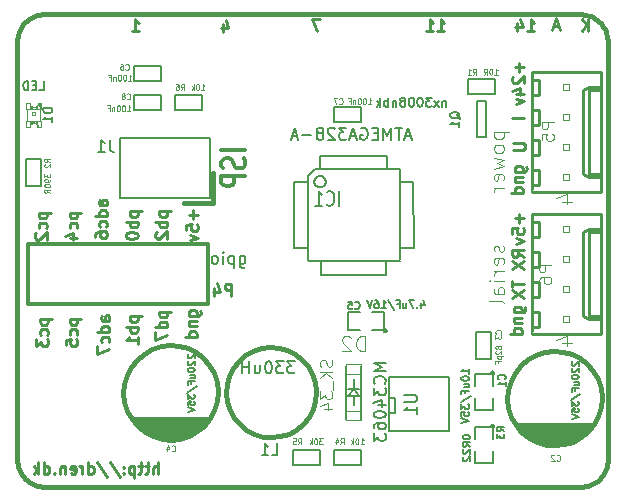
<source format=gbo>
G04 (created by PCBNEW-RS274X (2012-apr-16-27)-stable) date Sun 20 Jan 2013 09:00:02 PM CET*
G01*
G70*
G90*
%MOIN*%
G04 Gerber Fmt 3.4, Leading zero omitted, Abs format*
%FSLAX34Y34*%
G04 APERTURE LIST*
%ADD10C,0.006000*%
%ADD11C,0.009900*%
%ADD12C,0.012000*%
%ADD13C,0.015000*%
%ADD14C,0.005000*%
%ADD15C,0.002600*%
%ADD16C,0.004000*%
%ADD17C,0.002000*%
%ADD18C,0.008000*%
%ADD19C,0.010000*%
%ADD20C,0.007500*%
%ADD21C,0.004500*%
%ADD22C,0.003500*%
%ADD23C,0.004900*%
%ADD24C,0.005900*%
G04 APERTURE END LIST*
G54D10*
G54D11*
X44080Y-54687D02*
X44080Y-54293D01*
X43911Y-54687D02*
X43911Y-54481D01*
X43930Y-54444D01*
X43968Y-54425D01*
X44024Y-54425D01*
X44061Y-54444D01*
X44080Y-54462D01*
X43780Y-54425D02*
X43630Y-54425D01*
X43724Y-54293D02*
X43724Y-54631D01*
X43705Y-54669D01*
X43668Y-54687D01*
X43630Y-54687D01*
X43555Y-54425D02*
X43405Y-54425D01*
X43499Y-54293D02*
X43499Y-54631D01*
X43480Y-54669D01*
X43443Y-54687D01*
X43405Y-54687D01*
X43274Y-54425D02*
X43274Y-54819D01*
X43274Y-54444D02*
X43237Y-54425D01*
X43162Y-54425D01*
X43124Y-54444D01*
X43105Y-54462D01*
X43087Y-54500D01*
X43087Y-54612D01*
X43105Y-54650D01*
X43124Y-54669D01*
X43162Y-54687D01*
X43237Y-54687D01*
X43274Y-54669D01*
X42918Y-54650D02*
X42899Y-54669D01*
X42918Y-54687D01*
X42937Y-54669D01*
X42918Y-54650D01*
X42918Y-54687D01*
X42918Y-54444D02*
X42899Y-54462D01*
X42918Y-54481D01*
X42937Y-54462D01*
X42918Y-54444D01*
X42918Y-54481D01*
X42449Y-54275D02*
X42786Y-54781D01*
X42036Y-54275D02*
X42373Y-54781D01*
X41735Y-54687D02*
X41735Y-54293D01*
X41735Y-54669D02*
X41773Y-54687D01*
X41848Y-54687D01*
X41885Y-54669D01*
X41904Y-54650D01*
X41923Y-54612D01*
X41923Y-54500D01*
X41904Y-54462D01*
X41885Y-54444D01*
X41848Y-54425D01*
X41773Y-54425D01*
X41735Y-54444D01*
X41548Y-54687D02*
X41548Y-54425D01*
X41548Y-54500D02*
X41529Y-54462D01*
X41511Y-54444D01*
X41473Y-54425D01*
X41436Y-54425D01*
X41154Y-54669D02*
X41192Y-54687D01*
X41267Y-54687D01*
X41304Y-54669D01*
X41323Y-54631D01*
X41323Y-54481D01*
X41304Y-54444D01*
X41267Y-54425D01*
X41192Y-54425D01*
X41154Y-54444D01*
X41135Y-54481D01*
X41135Y-54519D01*
X41323Y-54556D01*
X40966Y-54425D02*
X40966Y-54687D01*
X40966Y-54462D02*
X40947Y-54444D01*
X40910Y-54425D01*
X40854Y-54425D01*
X40816Y-54444D01*
X40797Y-54481D01*
X40797Y-54687D01*
X40610Y-54650D02*
X40591Y-54669D01*
X40610Y-54687D01*
X40629Y-54669D01*
X40610Y-54650D01*
X40610Y-54687D01*
X40253Y-54687D02*
X40253Y-54293D01*
X40253Y-54669D02*
X40291Y-54687D01*
X40366Y-54687D01*
X40403Y-54669D01*
X40422Y-54650D01*
X40441Y-54612D01*
X40441Y-54500D01*
X40422Y-54462D01*
X40403Y-54444D01*
X40366Y-54425D01*
X40291Y-54425D01*
X40253Y-54444D01*
X40066Y-54687D02*
X40066Y-54293D01*
X40029Y-54537D02*
X39916Y-54687D01*
X39916Y-54425D02*
X40066Y-54575D01*
X55921Y-49296D02*
X56240Y-49296D01*
X56277Y-49277D01*
X56296Y-49258D01*
X56315Y-49221D01*
X56315Y-49164D01*
X56296Y-49127D01*
X56165Y-49296D02*
X56183Y-49258D01*
X56183Y-49183D01*
X56165Y-49146D01*
X56146Y-49127D01*
X56108Y-49108D01*
X55996Y-49108D01*
X55958Y-49127D01*
X55940Y-49146D01*
X55921Y-49183D01*
X55921Y-49258D01*
X55940Y-49296D01*
X55921Y-49483D02*
X56183Y-49483D01*
X55958Y-49483D02*
X55940Y-49502D01*
X55921Y-49539D01*
X55921Y-49595D01*
X55940Y-49633D01*
X55977Y-49652D01*
X56183Y-49652D01*
X56183Y-50008D02*
X55789Y-50008D01*
X56165Y-50008D02*
X56183Y-49970D01*
X56183Y-49895D01*
X56165Y-49858D01*
X56146Y-49839D01*
X56108Y-49820D01*
X55996Y-49820D01*
X55958Y-49839D01*
X55940Y-49858D01*
X55921Y-49895D01*
X55921Y-49970D01*
X55940Y-50008D01*
X55867Y-48244D02*
X55867Y-48469D01*
X56261Y-48356D02*
X55867Y-48356D01*
X55867Y-48562D02*
X56261Y-48825D01*
X55867Y-48825D02*
X56261Y-48562D01*
X56261Y-47455D02*
X56074Y-47324D01*
X56261Y-47230D02*
X55867Y-47230D01*
X55867Y-47380D01*
X55886Y-47417D01*
X55905Y-47436D01*
X55943Y-47455D01*
X55999Y-47455D01*
X56036Y-47436D01*
X56055Y-47417D01*
X56074Y-47380D01*
X56074Y-47230D01*
X55867Y-47586D02*
X56261Y-47849D01*
X55867Y-47849D02*
X56261Y-47586D01*
X56111Y-46009D02*
X56111Y-46309D01*
X56261Y-46159D02*
X55961Y-46159D01*
X55867Y-46684D02*
X55867Y-46497D01*
X56055Y-46478D01*
X56036Y-46497D01*
X56018Y-46534D01*
X56018Y-46628D01*
X56036Y-46666D01*
X56055Y-46684D01*
X56093Y-46703D01*
X56186Y-46703D01*
X56224Y-46684D01*
X56243Y-46666D01*
X56261Y-46628D01*
X56261Y-46534D01*
X56243Y-46497D01*
X56224Y-46478D01*
X55999Y-46834D02*
X56261Y-46928D01*
X55999Y-47022D01*
X55960Y-44611D02*
X56279Y-44611D01*
X56316Y-44592D01*
X56335Y-44573D01*
X56354Y-44536D01*
X56354Y-44479D01*
X56335Y-44442D01*
X56204Y-44611D02*
X56222Y-44573D01*
X56222Y-44498D01*
X56204Y-44461D01*
X56185Y-44442D01*
X56147Y-44423D01*
X56035Y-44423D01*
X55997Y-44442D01*
X55979Y-44461D01*
X55960Y-44498D01*
X55960Y-44573D01*
X55979Y-44611D01*
X55960Y-44798D02*
X56222Y-44798D01*
X55997Y-44798D02*
X55979Y-44817D01*
X55960Y-44854D01*
X55960Y-44910D01*
X55979Y-44948D01*
X56016Y-44967D01*
X56222Y-44967D01*
X56222Y-45323D02*
X55828Y-45323D01*
X56204Y-45323D02*
X56222Y-45285D01*
X56222Y-45210D01*
X56204Y-45173D01*
X56185Y-45154D01*
X56147Y-45135D01*
X56035Y-45135D01*
X55997Y-45154D01*
X55979Y-45173D01*
X55960Y-45210D01*
X55960Y-45285D01*
X55979Y-45323D01*
X55907Y-43892D02*
X56226Y-43892D01*
X56264Y-43873D01*
X56283Y-43855D01*
X56301Y-43817D01*
X56301Y-43742D01*
X56283Y-43705D01*
X56264Y-43686D01*
X56226Y-43667D01*
X55907Y-43667D01*
X56261Y-42835D02*
X55867Y-42835D01*
X56111Y-40979D02*
X56111Y-41279D01*
X56261Y-41129D02*
X55961Y-41129D01*
X55905Y-41448D02*
X55886Y-41467D01*
X55867Y-41504D01*
X55867Y-41598D01*
X55886Y-41636D01*
X55905Y-41654D01*
X55943Y-41673D01*
X55980Y-41673D01*
X56036Y-41654D01*
X56261Y-41429D01*
X56261Y-41673D01*
X55999Y-42011D02*
X56261Y-42011D01*
X55849Y-41917D02*
X56130Y-41823D01*
X56130Y-42067D01*
X55999Y-42179D02*
X56261Y-42273D01*
X55999Y-42367D01*
X53382Y-39923D02*
X53607Y-39923D01*
X53494Y-39923D02*
X53494Y-39529D01*
X53532Y-39586D01*
X53569Y-39623D01*
X53607Y-39642D01*
X53007Y-39923D02*
X53232Y-39923D01*
X53119Y-39923D02*
X53119Y-39529D01*
X53157Y-39586D01*
X53194Y-39623D01*
X53232Y-39642D01*
X46223Y-39700D02*
X46223Y-39962D01*
X46317Y-39550D02*
X46411Y-39831D01*
X46167Y-39831D01*
X49462Y-39529D02*
X49199Y-39529D01*
X49368Y-39923D01*
X56374Y-39923D02*
X56599Y-39923D01*
X56486Y-39923D02*
X56486Y-39529D01*
X56524Y-39586D01*
X56561Y-39623D01*
X56599Y-39642D01*
X56036Y-39661D02*
X56036Y-39923D01*
X56130Y-39511D02*
X56224Y-39792D01*
X55980Y-39792D01*
X43194Y-39923D02*
X43419Y-39923D01*
X43306Y-39923D02*
X43306Y-39529D01*
X43344Y-39586D01*
X43381Y-39623D01*
X43419Y-39642D01*
X58410Y-39923D02*
X58410Y-39529D01*
X58185Y-39923D02*
X58354Y-39698D01*
X58185Y-39529D02*
X58410Y-39755D01*
X57229Y-39771D02*
X57417Y-39771D01*
X57192Y-39883D02*
X57323Y-39489D01*
X57454Y-39883D01*
G54D12*
X46978Y-43903D02*
X46178Y-43903D01*
X46940Y-44160D02*
X46978Y-44246D01*
X46978Y-44389D01*
X46940Y-44446D01*
X46902Y-44475D01*
X46825Y-44503D01*
X46749Y-44503D01*
X46673Y-44475D01*
X46635Y-44446D01*
X46597Y-44389D01*
X46559Y-44275D01*
X46521Y-44217D01*
X46483Y-44189D01*
X46406Y-44160D01*
X46330Y-44160D01*
X46254Y-44189D01*
X46216Y-44217D01*
X46178Y-44275D01*
X46178Y-44417D01*
X46216Y-44503D01*
X46978Y-44760D02*
X46178Y-44760D01*
X46178Y-44988D01*
X46216Y-45046D01*
X46254Y-45074D01*
X46330Y-45103D01*
X46444Y-45103D01*
X46521Y-45074D01*
X46559Y-45046D01*
X46597Y-44988D01*
X46597Y-44760D01*
G54D13*
X45906Y-45669D02*
X45906Y-44646D01*
X44921Y-45669D02*
X45906Y-45669D01*
G54D11*
X45245Y-45891D02*
X45245Y-46191D01*
X45395Y-46041D02*
X45095Y-46041D01*
X45001Y-46566D02*
X45001Y-46379D01*
X45189Y-46360D01*
X45170Y-46379D01*
X45152Y-46416D01*
X45152Y-46510D01*
X45170Y-46548D01*
X45189Y-46566D01*
X45227Y-46585D01*
X45320Y-46585D01*
X45358Y-46566D01*
X45377Y-46548D01*
X45395Y-46510D01*
X45395Y-46416D01*
X45377Y-46379D01*
X45358Y-46360D01*
X45133Y-46716D02*
X45395Y-46810D01*
X45133Y-46904D01*
X44110Y-45929D02*
X44504Y-45929D01*
X44129Y-45929D02*
X44110Y-45966D01*
X44110Y-46041D01*
X44129Y-46079D01*
X44147Y-46098D01*
X44185Y-46116D01*
X44297Y-46116D01*
X44335Y-46098D01*
X44354Y-46079D01*
X44372Y-46041D01*
X44372Y-45966D01*
X44354Y-45929D01*
X44372Y-46285D02*
X43978Y-46285D01*
X44129Y-46285D02*
X44110Y-46322D01*
X44110Y-46397D01*
X44129Y-46435D01*
X44147Y-46454D01*
X44185Y-46472D01*
X44297Y-46472D01*
X44335Y-46454D01*
X44354Y-46435D01*
X44372Y-46397D01*
X44372Y-46322D01*
X44354Y-46285D01*
X44016Y-46622D02*
X43997Y-46641D01*
X43978Y-46678D01*
X43978Y-46772D01*
X43997Y-46810D01*
X44016Y-46828D01*
X44054Y-46847D01*
X44091Y-46847D01*
X44147Y-46828D01*
X44372Y-46603D01*
X44372Y-46847D01*
X43125Y-45929D02*
X43519Y-45929D01*
X43144Y-45929D02*
X43125Y-45966D01*
X43125Y-46041D01*
X43144Y-46079D01*
X43162Y-46098D01*
X43200Y-46116D01*
X43312Y-46116D01*
X43350Y-46098D01*
X43369Y-46079D01*
X43387Y-46041D01*
X43387Y-45966D01*
X43369Y-45929D01*
X43387Y-46285D02*
X42993Y-46285D01*
X43144Y-46285D02*
X43125Y-46322D01*
X43125Y-46397D01*
X43144Y-46435D01*
X43162Y-46454D01*
X43200Y-46472D01*
X43312Y-46472D01*
X43350Y-46454D01*
X43369Y-46435D01*
X43387Y-46397D01*
X43387Y-46322D01*
X43369Y-46285D01*
X42993Y-46716D02*
X42993Y-46753D01*
X43012Y-46791D01*
X43031Y-46810D01*
X43069Y-46828D01*
X43144Y-46847D01*
X43237Y-46847D01*
X43312Y-46828D01*
X43350Y-46810D01*
X43369Y-46791D01*
X43387Y-46753D01*
X43387Y-46716D01*
X43369Y-46678D01*
X43350Y-46660D01*
X43312Y-46641D01*
X43237Y-46622D01*
X43144Y-46622D01*
X43069Y-46641D01*
X43031Y-46660D01*
X43012Y-46678D01*
X42993Y-46716D01*
X42364Y-45732D02*
X42158Y-45732D01*
X42121Y-45713D01*
X42102Y-45675D01*
X42102Y-45600D01*
X42121Y-45563D01*
X42346Y-45732D02*
X42364Y-45694D01*
X42364Y-45600D01*
X42346Y-45563D01*
X42308Y-45544D01*
X42271Y-45544D01*
X42233Y-45563D01*
X42214Y-45600D01*
X42214Y-45694D01*
X42196Y-45732D01*
X42364Y-46088D02*
X41970Y-46088D01*
X42346Y-46088D02*
X42364Y-46050D01*
X42364Y-45975D01*
X42346Y-45938D01*
X42327Y-45919D01*
X42289Y-45900D01*
X42177Y-45900D01*
X42139Y-45919D01*
X42121Y-45938D01*
X42102Y-45975D01*
X42102Y-46050D01*
X42121Y-46088D01*
X42346Y-46444D02*
X42364Y-46406D01*
X42364Y-46331D01*
X42346Y-46294D01*
X42327Y-46275D01*
X42289Y-46256D01*
X42177Y-46256D01*
X42139Y-46275D01*
X42121Y-46294D01*
X42102Y-46331D01*
X42102Y-46406D01*
X42121Y-46444D01*
X41970Y-46782D02*
X41970Y-46707D01*
X41989Y-46669D01*
X42008Y-46650D01*
X42064Y-46613D01*
X42139Y-46594D01*
X42289Y-46594D01*
X42327Y-46613D01*
X42346Y-46632D01*
X42364Y-46669D01*
X42364Y-46744D01*
X42346Y-46782D01*
X42327Y-46800D01*
X42289Y-46819D01*
X42196Y-46819D01*
X42158Y-46800D01*
X42139Y-46782D01*
X42121Y-46744D01*
X42121Y-46669D01*
X42139Y-46632D01*
X42158Y-46613D01*
X42196Y-46594D01*
X41117Y-45977D02*
X41511Y-45977D01*
X41136Y-45977D02*
X41117Y-46014D01*
X41117Y-46089D01*
X41136Y-46127D01*
X41154Y-46146D01*
X41192Y-46164D01*
X41304Y-46164D01*
X41342Y-46146D01*
X41361Y-46127D01*
X41379Y-46089D01*
X41379Y-46014D01*
X41361Y-45977D01*
X41361Y-46502D02*
X41379Y-46464D01*
X41379Y-46389D01*
X41361Y-46352D01*
X41342Y-46333D01*
X41304Y-46314D01*
X41192Y-46314D01*
X41154Y-46333D01*
X41136Y-46352D01*
X41117Y-46389D01*
X41117Y-46464D01*
X41136Y-46502D01*
X41117Y-46840D02*
X41379Y-46840D01*
X40967Y-46746D02*
X41248Y-46652D01*
X41248Y-46896D01*
X40094Y-45977D02*
X40488Y-45977D01*
X40113Y-45977D02*
X40094Y-46014D01*
X40094Y-46089D01*
X40113Y-46127D01*
X40131Y-46146D01*
X40169Y-46164D01*
X40281Y-46164D01*
X40319Y-46146D01*
X40338Y-46127D01*
X40356Y-46089D01*
X40356Y-46014D01*
X40338Y-45977D01*
X40338Y-46502D02*
X40356Y-46464D01*
X40356Y-46389D01*
X40338Y-46352D01*
X40319Y-46333D01*
X40281Y-46314D01*
X40169Y-46314D01*
X40131Y-46333D01*
X40113Y-46352D01*
X40094Y-46389D01*
X40094Y-46464D01*
X40113Y-46502D01*
X40000Y-46652D02*
X39981Y-46671D01*
X39962Y-46708D01*
X39962Y-46802D01*
X39981Y-46840D01*
X40000Y-46858D01*
X40038Y-46877D01*
X40075Y-46877D01*
X40131Y-46858D01*
X40356Y-46633D01*
X40356Y-46877D01*
X45094Y-49414D02*
X45413Y-49414D01*
X45450Y-49395D01*
X45469Y-49376D01*
X45488Y-49339D01*
X45488Y-49282D01*
X45469Y-49245D01*
X45338Y-49414D02*
X45356Y-49376D01*
X45356Y-49301D01*
X45338Y-49264D01*
X45319Y-49245D01*
X45281Y-49226D01*
X45169Y-49226D01*
X45131Y-49245D01*
X45113Y-49264D01*
X45094Y-49301D01*
X45094Y-49376D01*
X45113Y-49414D01*
X45094Y-49601D02*
X45356Y-49601D01*
X45131Y-49601D02*
X45113Y-49620D01*
X45094Y-49657D01*
X45094Y-49713D01*
X45113Y-49751D01*
X45150Y-49770D01*
X45356Y-49770D01*
X45356Y-50126D02*
X44962Y-50126D01*
X45338Y-50126D02*
X45356Y-50088D01*
X45356Y-50013D01*
X45338Y-49976D01*
X45319Y-49957D01*
X45281Y-49938D01*
X45169Y-49938D01*
X45131Y-49957D01*
X45113Y-49976D01*
X45094Y-50013D01*
X45094Y-50088D01*
X45113Y-50126D01*
X44110Y-49275D02*
X44504Y-49275D01*
X44129Y-49275D02*
X44110Y-49312D01*
X44110Y-49387D01*
X44129Y-49425D01*
X44147Y-49444D01*
X44185Y-49462D01*
X44297Y-49462D01*
X44335Y-49444D01*
X44354Y-49425D01*
X44372Y-49387D01*
X44372Y-49312D01*
X44354Y-49275D01*
X44372Y-49800D02*
X43978Y-49800D01*
X44354Y-49800D02*
X44372Y-49762D01*
X44372Y-49687D01*
X44354Y-49650D01*
X44335Y-49631D01*
X44297Y-49612D01*
X44185Y-49612D01*
X44147Y-49631D01*
X44129Y-49650D01*
X44110Y-49687D01*
X44110Y-49762D01*
X44129Y-49800D01*
X43978Y-49949D02*
X43978Y-50212D01*
X44372Y-50043D01*
X43125Y-49433D02*
X43519Y-49433D01*
X43144Y-49433D02*
X43125Y-49470D01*
X43125Y-49545D01*
X43144Y-49583D01*
X43162Y-49602D01*
X43200Y-49620D01*
X43312Y-49620D01*
X43350Y-49602D01*
X43369Y-49583D01*
X43387Y-49545D01*
X43387Y-49470D01*
X43369Y-49433D01*
X43387Y-49789D02*
X42993Y-49789D01*
X43144Y-49789D02*
X43125Y-49826D01*
X43125Y-49901D01*
X43144Y-49939D01*
X43162Y-49958D01*
X43200Y-49976D01*
X43312Y-49976D01*
X43350Y-49958D01*
X43369Y-49939D01*
X43387Y-49901D01*
X43387Y-49826D01*
X43369Y-49789D01*
X43387Y-50351D02*
X43387Y-50126D01*
X43387Y-50239D02*
X42993Y-50239D01*
X43050Y-50201D01*
X43087Y-50164D01*
X43106Y-50126D01*
X42442Y-49590D02*
X42236Y-49590D01*
X42199Y-49571D01*
X42180Y-49533D01*
X42180Y-49458D01*
X42199Y-49421D01*
X42424Y-49590D02*
X42442Y-49552D01*
X42442Y-49458D01*
X42424Y-49421D01*
X42386Y-49402D01*
X42349Y-49402D01*
X42311Y-49421D01*
X42292Y-49458D01*
X42292Y-49552D01*
X42274Y-49590D01*
X42442Y-49946D02*
X42048Y-49946D01*
X42424Y-49946D02*
X42442Y-49908D01*
X42442Y-49833D01*
X42424Y-49796D01*
X42405Y-49777D01*
X42367Y-49758D01*
X42255Y-49758D01*
X42217Y-49777D01*
X42199Y-49796D01*
X42180Y-49833D01*
X42180Y-49908D01*
X42199Y-49946D01*
X42424Y-50302D02*
X42442Y-50264D01*
X42442Y-50189D01*
X42424Y-50152D01*
X42405Y-50133D01*
X42367Y-50114D01*
X42255Y-50114D01*
X42217Y-50133D01*
X42199Y-50152D01*
X42180Y-50189D01*
X42180Y-50264D01*
X42199Y-50302D01*
X42048Y-50433D02*
X42048Y-50696D01*
X42442Y-50527D01*
X41117Y-49521D02*
X41511Y-49521D01*
X41136Y-49521D02*
X41117Y-49558D01*
X41117Y-49633D01*
X41136Y-49671D01*
X41154Y-49690D01*
X41192Y-49708D01*
X41304Y-49708D01*
X41342Y-49690D01*
X41361Y-49671D01*
X41379Y-49633D01*
X41379Y-49558D01*
X41361Y-49521D01*
X41361Y-50046D02*
X41379Y-50008D01*
X41379Y-49933D01*
X41361Y-49896D01*
X41342Y-49877D01*
X41304Y-49858D01*
X41192Y-49858D01*
X41154Y-49877D01*
X41136Y-49896D01*
X41117Y-49933D01*
X41117Y-50008D01*
X41136Y-50046D01*
X40985Y-50402D02*
X40985Y-50215D01*
X41173Y-50196D01*
X41154Y-50215D01*
X41136Y-50252D01*
X41136Y-50346D01*
X41154Y-50384D01*
X41173Y-50402D01*
X41211Y-50421D01*
X41304Y-50421D01*
X41342Y-50402D01*
X41361Y-50384D01*
X41379Y-50346D01*
X41379Y-50252D01*
X41361Y-50215D01*
X41342Y-50196D01*
X40133Y-49521D02*
X40527Y-49521D01*
X40152Y-49521D02*
X40133Y-49558D01*
X40133Y-49633D01*
X40152Y-49671D01*
X40170Y-49690D01*
X40208Y-49708D01*
X40320Y-49708D01*
X40358Y-49690D01*
X40377Y-49671D01*
X40395Y-49633D01*
X40395Y-49558D01*
X40377Y-49521D01*
X40377Y-50046D02*
X40395Y-50008D01*
X40395Y-49933D01*
X40377Y-49896D01*
X40358Y-49877D01*
X40320Y-49858D01*
X40208Y-49858D01*
X40170Y-49877D01*
X40152Y-49896D01*
X40133Y-49933D01*
X40133Y-50008D01*
X40152Y-50046D01*
X40001Y-50177D02*
X40001Y-50421D01*
X40152Y-50290D01*
X40152Y-50346D01*
X40170Y-50384D01*
X40189Y-50402D01*
X40227Y-50421D01*
X40320Y-50421D01*
X40358Y-50402D01*
X40377Y-50384D01*
X40395Y-50346D01*
X40395Y-50234D01*
X40377Y-50196D01*
X40358Y-50177D01*
G54D13*
X39370Y-40276D02*
X39370Y-54213D01*
X58110Y-39370D02*
X40276Y-39370D01*
X59055Y-54134D02*
X59055Y-40236D01*
X40276Y-55118D02*
X58228Y-55118D01*
X58229Y-55117D02*
X58307Y-55107D01*
X58385Y-55090D01*
X58460Y-55066D01*
X58533Y-55035D01*
X58604Y-54999D01*
X58670Y-54956D01*
X58733Y-54908D01*
X58792Y-54855D01*
X58845Y-54796D01*
X58893Y-54733D01*
X58936Y-54666D01*
X58972Y-54596D01*
X59003Y-54523D01*
X59027Y-54448D01*
X59044Y-54370D01*
X59054Y-54292D01*
X59058Y-54213D01*
X59054Y-54134D01*
X39371Y-54213D02*
X39375Y-54291D01*
X39385Y-54370D01*
X39402Y-54447D01*
X39426Y-54522D01*
X39456Y-54595D01*
X39493Y-54665D01*
X39535Y-54732D01*
X39583Y-54794D01*
X39637Y-54852D01*
X39695Y-54906D01*
X39757Y-54954D01*
X39824Y-54996D01*
X39894Y-55033D01*
X39967Y-55063D01*
X40042Y-55087D01*
X40119Y-55104D01*
X40198Y-55114D01*
X40276Y-55118D01*
X59055Y-40237D02*
X59048Y-40158D01*
X59034Y-40080D01*
X59014Y-40004D01*
X58987Y-39930D01*
X58953Y-39858D01*
X58914Y-39790D01*
X58868Y-39725D01*
X58817Y-39664D01*
X58762Y-39609D01*
X58701Y-39558D01*
X58636Y-39512D01*
X58568Y-39473D01*
X58496Y-39439D01*
X58422Y-39412D01*
X58346Y-39392D01*
X58268Y-39378D01*
X58189Y-39371D01*
X58111Y-39371D01*
X40276Y-39370D02*
X40198Y-39374D01*
X40119Y-39384D01*
X40042Y-39401D01*
X39967Y-39425D01*
X39894Y-39455D01*
X39824Y-39492D01*
X39757Y-39534D01*
X39694Y-39582D01*
X39636Y-39636D01*
X39582Y-39694D01*
X39534Y-39757D01*
X39492Y-39824D01*
X39455Y-39894D01*
X39425Y-39967D01*
X39401Y-40042D01*
X39384Y-40119D01*
X39374Y-40198D01*
X39370Y-40276D01*
G54D10*
X51681Y-48043D02*
X51681Y-47593D01*
X49501Y-48043D02*
X49501Y-47603D01*
X51681Y-48043D02*
X49501Y-48043D01*
X52151Y-47163D02*
X52581Y-47163D01*
X52161Y-44953D02*
X52581Y-44953D01*
X52581Y-44943D02*
X52591Y-47163D01*
X48611Y-44963D02*
X48601Y-47133D01*
X49301Y-44533D02*
X52131Y-44533D01*
X48611Y-47143D02*
X49021Y-47143D01*
X49061Y-44783D02*
X49061Y-47563D01*
X52141Y-47583D02*
X49101Y-47583D01*
X52141Y-44533D02*
X52141Y-47533D01*
X49471Y-44083D02*
X51691Y-44083D01*
X51691Y-44083D02*
X51691Y-44533D01*
X49291Y-44537D02*
X49061Y-44767D01*
X49471Y-44085D02*
X49471Y-44537D01*
X49061Y-44963D02*
X48609Y-44963D01*
X49653Y-44945D02*
X49649Y-44981D01*
X49638Y-45016D01*
X49621Y-45049D01*
X49598Y-45077D01*
X49570Y-45100D01*
X49537Y-45118D01*
X49502Y-45129D01*
X49466Y-45132D01*
X49430Y-45129D01*
X49395Y-45119D01*
X49363Y-45102D01*
X49334Y-45079D01*
X49310Y-45051D01*
X49293Y-45019D01*
X49282Y-44984D01*
X49278Y-44947D01*
X49281Y-44912D01*
X49291Y-44876D01*
X49307Y-44844D01*
X49330Y-44815D01*
X49358Y-44791D01*
X49390Y-44773D01*
X49425Y-44762D01*
X49462Y-44758D01*
X49497Y-44760D01*
X49532Y-44770D01*
X49565Y-44787D01*
X49594Y-44809D01*
X49618Y-44837D01*
X49636Y-44869D01*
X49648Y-44904D01*
X49652Y-44940D01*
X49653Y-44945D01*
G54D14*
X54693Y-42274D02*
X54693Y-43474D01*
X54693Y-43474D02*
X54993Y-43474D01*
X54993Y-43474D02*
X54993Y-42274D01*
X54993Y-42274D02*
X54693Y-42274D01*
X51756Y-53262D02*
X53756Y-53262D01*
X53756Y-53262D02*
X53756Y-51462D01*
X53756Y-51462D02*
X51756Y-51462D01*
X51756Y-51462D02*
X51756Y-53262D01*
X51756Y-52662D02*
X51956Y-52662D01*
X51956Y-52662D02*
X51956Y-52162D01*
X51956Y-52162D02*
X51756Y-52162D01*
X55271Y-51319D02*
X55270Y-51328D01*
X55267Y-51338D01*
X55262Y-51346D01*
X55256Y-51354D01*
X55248Y-51360D01*
X55240Y-51365D01*
X55231Y-51367D01*
X55221Y-51368D01*
X55212Y-51368D01*
X55203Y-51365D01*
X55194Y-51360D01*
X55187Y-51354D01*
X55180Y-51347D01*
X55176Y-51338D01*
X55173Y-51329D01*
X55172Y-51319D01*
X55172Y-51310D01*
X55175Y-51301D01*
X55179Y-51292D01*
X55186Y-51285D01*
X55193Y-51278D01*
X55201Y-51274D01*
X55211Y-51271D01*
X55220Y-51270D01*
X55229Y-51270D01*
X55239Y-51273D01*
X55247Y-51277D01*
X55255Y-51283D01*
X55261Y-51291D01*
X55266Y-51299D01*
X55269Y-51308D01*
X55270Y-51318D01*
X55271Y-51319D01*
X55221Y-51769D02*
X55221Y-51369D01*
X55221Y-51369D02*
X54621Y-51369D01*
X54621Y-51369D02*
X54621Y-51769D01*
X54621Y-52169D02*
X54621Y-52569D01*
X54621Y-52569D02*
X55221Y-52569D01*
X55221Y-52569D02*
X55221Y-52169D01*
X55271Y-53090D02*
X55270Y-53099D01*
X55267Y-53109D01*
X55262Y-53117D01*
X55256Y-53125D01*
X55248Y-53131D01*
X55240Y-53136D01*
X55231Y-53138D01*
X55221Y-53139D01*
X55212Y-53139D01*
X55203Y-53136D01*
X55194Y-53131D01*
X55187Y-53125D01*
X55180Y-53118D01*
X55176Y-53109D01*
X55173Y-53100D01*
X55172Y-53090D01*
X55172Y-53081D01*
X55175Y-53072D01*
X55179Y-53063D01*
X55186Y-53056D01*
X55193Y-53049D01*
X55201Y-53045D01*
X55211Y-53042D01*
X55220Y-53041D01*
X55229Y-53041D01*
X55239Y-53044D01*
X55247Y-53048D01*
X55255Y-53054D01*
X55261Y-53062D01*
X55266Y-53070D01*
X55269Y-53079D01*
X55270Y-53089D01*
X55271Y-53090D01*
X55221Y-53540D02*
X55221Y-53140D01*
X55221Y-53140D02*
X54621Y-53140D01*
X54621Y-53140D02*
X54621Y-53540D01*
X54621Y-53940D02*
X54621Y-54340D01*
X54621Y-54340D02*
X55221Y-54340D01*
X55221Y-54340D02*
X55221Y-53940D01*
X51684Y-49906D02*
X51683Y-49915D01*
X51680Y-49925D01*
X51675Y-49933D01*
X51669Y-49941D01*
X51661Y-49947D01*
X51653Y-49952D01*
X51644Y-49954D01*
X51634Y-49955D01*
X51625Y-49955D01*
X51616Y-49952D01*
X51607Y-49947D01*
X51600Y-49941D01*
X51593Y-49934D01*
X51589Y-49925D01*
X51586Y-49916D01*
X51585Y-49906D01*
X51585Y-49897D01*
X51588Y-49888D01*
X51592Y-49879D01*
X51599Y-49872D01*
X51606Y-49865D01*
X51614Y-49861D01*
X51624Y-49858D01*
X51633Y-49857D01*
X51642Y-49857D01*
X51652Y-49860D01*
X51660Y-49864D01*
X51668Y-49870D01*
X51674Y-49878D01*
X51679Y-49886D01*
X51682Y-49895D01*
X51683Y-49905D01*
X51684Y-49906D01*
X51184Y-49906D02*
X51584Y-49906D01*
X51584Y-49906D02*
X51584Y-49306D01*
X51584Y-49306D02*
X51184Y-49306D01*
X50784Y-49306D02*
X50384Y-49306D01*
X50384Y-49306D02*
X50384Y-49906D01*
X50384Y-49906D02*
X50784Y-49906D01*
X50844Y-42467D02*
X49944Y-42467D01*
X49944Y-42467D02*
X49944Y-42967D01*
X49944Y-42967D02*
X50844Y-42967D01*
X50844Y-42967D02*
X50844Y-42467D01*
X44151Y-42073D02*
X43251Y-42073D01*
X43251Y-42073D02*
X43251Y-42573D01*
X43251Y-42573D02*
X44151Y-42573D01*
X44151Y-42573D02*
X44151Y-42073D01*
X45529Y-42073D02*
X44629Y-42073D01*
X44629Y-42073D02*
X44629Y-42573D01*
X44629Y-42573D02*
X45529Y-42573D01*
X45529Y-42573D02*
X45529Y-42073D01*
X48566Y-54384D02*
X49466Y-54384D01*
X49466Y-54384D02*
X49466Y-53884D01*
X49466Y-53884D02*
X48566Y-53884D01*
X48566Y-53884D02*
X48566Y-54384D01*
X49944Y-54384D02*
X50844Y-54384D01*
X50844Y-54384D02*
X50844Y-53884D01*
X50844Y-53884D02*
X49944Y-53884D01*
X49944Y-53884D02*
X49944Y-54384D01*
X54671Y-49944D02*
X54671Y-50844D01*
X54671Y-50844D02*
X55171Y-50844D01*
X55171Y-50844D02*
X55171Y-49944D01*
X55171Y-49944D02*
X54671Y-49944D01*
X39671Y-44196D02*
X39671Y-45096D01*
X39671Y-45096D02*
X40171Y-45096D01*
X40171Y-45096D02*
X40171Y-44196D01*
X40171Y-44196D02*
X39671Y-44196D01*
X44151Y-41089D02*
X43251Y-41089D01*
X43251Y-41089D02*
X43251Y-41589D01*
X43251Y-41589D02*
X44151Y-41589D01*
X44151Y-41589D02*
X44151Y-41089D01*
X54393Y-42022D02*
X55293Y-42022D01*
X55293Y-42022D02*
X55293Y-41522D01*
X55293Y-41522D02*
X54393Y-41522D01*
X54393Y-41522D02*
X54393Y-42022D01*
G54D12*
X39717Y-49031D02*
X45717Y-49031D01*
X45717Y-49031D02*
X45717Y-47031D01*
X45717Y-47031D02*
X39717Y-47031D01*
X39717Y-47031D02*
X39717Y-49031D01*
G54D15*
X39803Y-42521D02*
X39675Y-42521D01*
X39675Y-42521D02*
X39675Y-42324D01*
X39803Y-42324D02*
X39675Y-42324D01*
X39803Y-42521D02*
X39803Y-42324D01*
X40048Y-42521D02*
X39989Y-42521D01*
X39989Y-42521D02*
X39989Y-42422D01*
X40048Y-42422D02*
X39989Y-42422D01*
X40048Y-42521D02*
X40048Y-42422D01*
X39853Y-42521D02*
X39794Y-42521D01*
X39794Y-42521D02*
X39794Y-42422D01*
X39853Y-42422D02*
X39794Y-42422D01*
X39853Y-42521D02*
X39853Y-42422D01*
X39999Y-42521D02*
X39843Y-42521D01*
X39843Y-42521D02*
X39843Y-42452D01*
X39999Y-42452D02*
X39843Y-42452D01*
X39999Y-42521D02*
X39999Y-42452D01*
X39803Y-43110D02*
X39675Y-43110D01*
X39675Y-43110D02*
X39675Y-42913D01*
X39803Y-42913D02*
X39675Y-42913D01*
X39803Y-43110D02*
X39803Y-42913D01*
X40167Y-43110D02*
X40039Y-43110D01*
X40039Y-43110D02*
X40039Y-42913D01*
X40167Y-42913D02*
X40039Y-42913D01*
X40167Y-43110D02*
X40167Y-42913D01*
X39853Y-43012D02*
X39794Y-43012D01*
X39794Y-43012D02*
X39794Y-42913D01*
X39853Y-42913D02*
X39794Y-42913D01*
X39853Y-43012D02*
X39853Y-42913D01*
X40048Y-43012D02*
X39989Y-43012D01*
X39989Y-43012D02*
X39989Y-42913D01*
X40048Y-42913D02*
X39989Y-42913D01*
X40048Y-43012D02*
X40048Y-42913D01*
X39999Y-42982D02*
X39843Y-42982D01*
X39843Y-42982D02*
X39843Y-42913D01*
X39999Y-42913D02*
X39843Y-42913D01*
X39999Y-42982D02*
X39999Y-42913D01*
X39960Y-42717D02*
X39882Y-42717D01*
X39882Y-42717D02*
X39882Y-42639D01*
X39960Y-42639D02*
X39882Y-42639D01*
X39960Y-42717D02*
X39960Y-42639D01*
X40157Y-42521D02*
X40039Y-42521D01*
X40039Y-42521D02*
X40039Y-42403D01*
X40157Y-42403D02*
X40039Y-42403D01*
X40157Y-42521D02*
X40157Y-42403D01*
X40167Y-42353D02*
X40078Y-42353D01*
X40078Y-42353D02*
X40078Y-42324D01*
X40167Y-42324D02*
X40078Y-42324D01*
X40167Y-42353D02*
X40167Y-42324D01*
G54D16*
X39695Y-42511D02*
X39695Y-42923D01*
X40147Y-42913D02*
X40147Y-42353D01*
G54D17*
X40126Y-42383D02*
X40125Y-42388D01*
X40123Y-42393D01*
X40121Y-42398D01*
X40117Y-42402D01*
X40113Y-42406D01*
X40108Y-42408D01*
X40103Y-42410D01*
X40098Y-42410D01*
X40093Y-42410D01*
X40088Y-42408D01*
X40083Y-42406D01*
X40079Y-42403D01*
X40075Y-42398D01*
X40073Y-42394D01*
X40071Y-42388D01*
X40071Y-42383D01*
X40071Y-42378D01*
X40072Y-42373D01*
X40075Y-42368D01*
X40078Y-42364D01*
X40083Y-42361D01*
X40087Y-42358D01*
X40092Y-42356D01*
X40098Y-42356D01*
X40102Y-42356D01*
X40108Y-42357D01*
X40113Y-42360D01*
X40117Y-42363D01*
X40120Y-42367D01*
X40123Y-42372D01*
X40125Y-42377D01*
X40125Y-42383D01*
X40126Y-42383D01*
G54D16*
X39784Y-42324D02*
X39785Y-42335D01*
X39787Y-42347D01*
X39789Y-42359D01*
X39793Y-42370D01*
X39797Y-42381D01*
X39803Y-42392D01*
X39809Y-42402D01*
X39817Y-42412D01*
X39825Y-42420D01*
X39833Y-42428D01*
X39843Y-42436D01*
X39853Y-42442D01*
X39864Y-42448D01*
X39875Y-42452D01*
X39886Y-42456D01*
X39898Y-42458D01*
X39910Y-42460D01*
X39921Y-42461D01*
X39932Y-42460D01*
X39944Y-42458D01*
X39956Y-42456D01*
X39967Y-42452D01*
X39978Y-42448D01*
X39989Y-42442D01*
X39999Y-42436D01*
X40009Y-42428D01*
X40017Y-42420D01*
X40025Y-42412D01*
X40033Y-42402D01*
X40039Y-42392D01*
X40045Y-42381D01*
X40049Y-42370D01*
X40053Y-42359D01*
X40055Y-42347D01*
X40057Y-42335D01*
X40058Y-42324D01*
X40058Y-43110D02*
X40057Y-43099D01*
X40055Y-43087D01*
X40053Y-43075D01*
X40049Y-43064D01*
X40045Y-43053D01*
X40039Y-43042D01*
X40033Y-43032D01*
X40025Y-43022D01*
X40017Y-43014D01*
X40009Y-43006D01*
X39999Y-42998D01*
X39989Y-42992D01*
X39978Y-42986D01*
X39967Y-42982D01*
X39956Y-42978D01*
X39944Y-42976D01*
X39932Y-42974D01*
X39921Y-42973D01*
X39910Y-42974D01*
X39898Y-42976D01*
X39886Y-42978D01*
X39875Y-42982D01*
X39864Y-42986D01*
X39853Y-42992D01*
X39843Y-42998D01*
X39833Y-43006D01*
X39825Y-43014D01*
X39817Y-43022D01*
X39809Y-43032D01*
X39803Y-43042D01*
X39797Y-43053D01*
X39793Y-43064D01*
X39789Y-43075D01*
X39787Y-43087D01*
X39785Y-43099D01*
X39784Y-43110D01*
G54D13*
X49335Y-51969D02*
X49306Y-52260D01*
X49221Y-52540D01*
X49084Y-52799D01*
X48899Y-53025D01*
X48673Y-53212D01*
X48416Y-53351D01*
X48136Y-53438D01*
X47845Y-53468D01*
X47554Y-53442D01*
X47274Y-53359D01*
X47014Y-53224D01*
X46786Y-53040D01*
X46598Y-52816D01*
X46457Y-52559D01*
X46368Y-52280D01*
X46336Y-51989D01*
X46360Y-51699D01*
X46441Y-51417D01*
X46575Y-51157D01*
X46756Y-50928D01*
X46979Y-50738D01*
X47235Y-50595D01*
X47513Y-50504D01*
X47804Y-50470D01*
X48095Y-50492D01*
X48377Y-50571D01*
X48638Y-50703D01*
X48869Y-50883D01*
X49060Y-51105D01*
X49205Y-51359D01*
X49297Y-51637D01*
X49334Y-51928D01*
X49335Y-51969D01*
G54D15*
X50341Y-52906D02*
X50341Y-52594D01*
X50341Y-52594D02*
X50841Y-52594D01*
X50841Y-52906D02*
X50841Y-52594D01*
X50341Y-52906D02*
X50841Y-52906D01*
X50341Y-51344D02*
X50341Y-51032D01*
X50341Y-51032D02*
X50841Y-51032D01*
X50841Y-51344D02*
X50841Y-51032D01*
X50341Y-51344D02*
X50841Y-51344D01*
G54D14*
X50841Y-52844D02*
X50841Y-51094D01*
X50341Y-52844D02*
X50341Y-51094D01*
X50591Y-51844D02*
X50778Y-52094D01*
X50778Y-52094D02*
X50591Y-52094D01*
X50591Y-52094D02*
X50404Y-52094D01*
X50404Y-52094D02*
X50591Y-51844D01*
X50591Y-51844D02*
X50778Y-51844D01*
X50591Y-51844D02*
X50404Y-51844D01*
X50591Y-52094D02*
X50591Y-52406D01*
X50591Y-51844D02*
X50591Y-51532D01*
G54D13*
X56889Y-53641D02*
X57775Y-53641D01*
X56594Y-53543D02*
X57972Y-53543D01*
X57972Y-53543D02*
X58070Y-53445D01*
X58070Y-53445D02*
X56397Y-53445D01*
X56397Y-53445D02*
X56299Y-53346D01*
X56299Y-53346D02*
X58267Y-53346D01*
X58267Y-53346D02*
X58366Y-53248D01*
X58366Y-53248D02*
X56200Y-53248D01*
X56200Y-53248D02*
X56102Y-53149D01*
X56102Y-53149D02*
X58464Y-53149D01*
X58464Y-53149D02*
X58563Y-53051D01*
X58563Y-53051D02*
X56003Y-53051D01*
X58858Y-52165D02*
X58828Y-52470D01*
X58739Y-52765D01*
X58594Y-53036D01*
X58400Y-53274D01*
X58163Y-53470D01*
X57893Y-53616D01*
X57599Y-53707D01*
X57293Y-53739D01*
X56988Y-53712D01*
X56693Y-53625D01*
X56421Y-53482D01*
X56182Y-53290D01*
X55984Y-53054D01*
X55836Y-52785D01*
X55743Y-52492D01*
X55709Y-52186D01*
X55734Y-51881D01*
X55819Y-51586D01*
X55960Y-51312D01*
X56151Y-51071D01*
X56385Y-50872D01*
X56653Y-50722D01*
X56945Y-50627D01*
X57251Y-50591D01*
X57556Y-50614D01*
X57852Y-50697D01*
X58126Y-50836D01*
X58369Y-51025D01*
X58570Y-51258D01*
X58721Y-51525D01*
X58818Y-51817D01*
X58857Y-52122D01*
X58858Y-52165D01*
X44094Y-53445D02*
X44980Y-53445D01*
X43799Y-53347D02*
X45177Y-53347D01*
X45177Y-53347D02*
X45275Y-53249D01*
X45275Y-53249D02*
X43602Y-53249D01*
X43602Y-53249D02*
X43504Y-53150D01*
X43504Y-53150D02*
X45472Y-53150D01*
X45472Y-53150D02*
X45571Y-53052D01*
X45571Y-53052D02*
X43405Y-53052D01*
X43405Y-53052D02*
X43307Y-52953D01*
X43307Y-52953D02*
X45669Y-52953D01*
X45669Y-52953D02*
X45768Y-52855D01*
X45768Y-52855D02*
X43208Y-52855D01*
X46063Y-51969D02*
X46033Y-52274D01*
X45944Y-52569D01*
X45799Y-52840D01*
X45605Y-53078D01*
X45368Y-53274D01*
X45098Y-53420D01*
X44804Y-53511D01*
X44498Y-53543D01*
X44193Y-53516D01*
X43898Y-53429D01*
X43626Y-53286D01*
X43387Y-53094D01*
X43189Y-52858D01*
X43041Y-52589D01*
X42948Y-52296D01*
X42914Y-51990D01*
X42939Y-51685D01*
X43024Y-51390D01*
X43165Y-51116D01*
X43356Y-50875D01*
X43590Y-50676D01*
X43858Y-50526D01*
X44150Y-50431D01*
X44456Y-50395D01*
X44761Y-50418D01*
X45057Y-50501D01*
X45331Y-50640D01*
X45574Y-50829D01*
X45775Y-51062D01*
X45926Y-51329D01*
X46023Y-51621D01*
X46062Y-51926D01*
X46063Y-51969D01*
G54D18*
X42791Y-45488D02*
X45791Y-45488D01*
X45791Y-43488D02*
X42791Y-43488D01*
X42791Y-43488D02*
X42791Y-45488D01*
X45791Y-45488D02*
X45791Y-43488D01*
G54D15*
X57577Y-44907D02*
X57577Y-44707D01*
X57577Y-44707D02*
X57777Y-44707D01*
X57777Y-44907D02*
X57777Y-44707D01*
X57577Y-44907D02*
X57777Y-44907D01*
X57577Y-43907D02*
X57577Y-43707D01*
X57577Y-43707D02*
X57777Y-43707D01*
X57777Y-43907D02*
X57777Y-43707D01*
X57577Y-43907D02*
X57777Y-43907D01*
X57577Y-42907D02*
X57577Y-42707D01*
X57577Y-42707D02*
X57777Y-42707D01*
X57777Y-42907D02*
X57777Y-42707D01*
X57577Y-42907D02*
X57777Y-42907D01*
X57577Y-41907D02*
X57577Y-41707D01*
X57577Y-41707D02*
X57777Y-41707D01*
X57777Y-41907D02*
X57777Y-41707D01*
X57577Y-41907D02*
X57777Y-41907D01*
G54D14*
X58677Y-44807D02*
X58827Y-44807D01*
G54D19*
X57677Y-45307D02*
X58827Y-45307D01*
X58827Y-45307D02*
X58827Y-44807D01*
G54D14*
X58827Y-44707D02*
X58827Y-44807D01*
G54D19*
X58827Y-44807D02*
X58827Y-44307D01*
X57677Y-41307D02*
X58827Y-41307D01*
X58827Y-41307D02*
X58827Y-44307D01*
X57677Y-45307D02*
X56527Y-45307D01*
G54D14*
X56527Y-45307D02*
X56527Y-44357D01*
G54D19*
X57677Y-41307D02*
X56527Y-41307D01*
X56527Y-41307D02*
X56527Y-44357D01*
X56527Y-45207D02*
X56527Y-45057D01*
X56527Y-45057D02*
X56777Y-45057D01*
X56777Y-45057D02*
X56777Y-44557D01*
X56777Y-44557D02*
X56527Y-44557D01*
X56527Y-44057D02*
X56777Y-44057D01*
X56777Y-44057D02*
X56777Y-43557D01*
X56777Y-43557D02*
X56527Y-43557D01*
X56527Y-43557D02*
X56527Y-45057D01*
X56527Y-44557D02*
X56527Y-44057D01*
X56527Y-43557D02*
X56527Y-43057D01*
X56527Y-43057D02*
X56777Y-43057D01*
X56777Y-43057D02*
X56777Y-42557D01*
X56777Y-42557D02*
X56527Y-42557D01*
X56527Y-42557D02*
X56527Y-42057D01*
X56527Y-42057D02*
X56777Y-42057D01*
X56777Y-42057D02*
X56777Y-41557D01*
X56777Y-41557D02*
X56527Y-41557D01*
X56527Y-41557D02*
X56527Y-41307D01*
X58427Y-44807D02*
X58827Y-44807D01*
X58427Y-44807D02*
X58427Y-44707D01*
X58427Y-44707D02*
X58427Y-41907D01*
X58427Y-41907D02*
X58427Y-41807D01*
X58427Y-41807D02*
X58827Y-41807D01*
X58427Y-44807D02*
X58227Y-44707D01*
X58827Y-44707D02*
X58427Y-44707D01*
X58227Y-44707D02*
X58227Y-41907D01*
X58227Y-41907D02*
X58427Y-41807D01*
X58827Y-41907D02*
X58427Y-41907D01*
G54D15*
X57577Y-49631D02*
X57577Y-49431D01*
X57577Y-49431D02*
X57777Y-49431D01*
X57777Y-49631D02*
X57777Y-49431D01*
X57577Y-49631D02*
X57777Y-49631D01*
X57577Y-48631D02*
X57577Y-48431D01*
X57577Y-48431D02*
X57777Y-48431D01*
X57777Y-48631D02*
X57777Y-48431D01*
X57577Y-48631D02*
X57777Y-48631D01*
X57577Y-47631D02*
X57577Y-47431D01*
X57577Y-47431D02*
X57777Y-47431D01*
X57777Y-47631D02*
X57777Y-47431D01*
X57577Y-47631D02*
X57777Y-47631D01*
X57577Y-46631D02*
X57577Y-46431D01*
X57577Y-46431D02*
X57777Y-46431D01*
X57777Y-46631D02*
X57777Y-46431D01*
X57577Y-46631D02*
X57777Y-46631D01*
G54D14*
X58677Y-49531D02*
X58827Y-49531D01*
G54D19*
X57677Y-50031D02*
X58827Y-50031D01*
X58827Y-50031D02*
X58827Y-49531D01*
G54D14*
X58827Y-49431D02*
X58827Y-49531D01*
G54D19*
X58827Y-49531D02*
X58827Y-49031D01*
X57677Y-46031D02*
X58827Y-46031D01*
X58827Y-46031D02*
X58827Y-49031D01*
X57677Y-50031D02*
X56527Y-50031D01*
G54D14*
X56527Y-50031D02*
X56527Y-49081D01*
G54D19*
X57677Y-46031D02*
X56527Y-46031D01*
X56527Y-46031D02*
X56527Y-49081D01*
X56527Y-49931D02*
X56527Y-49781D01*
X56527Y-49781D02*
X56777Y-49781D01*
X56777Y-49781D02*
X56777Y-49281D01*
X56777Y-49281D02*
X56527Y-49281D01*
X56527Y-48781D02*
X56777Y-48781D01*
X56777Y-48781D02*
X56777Y-48281D01*
X56777Y-48281D02*
X56527Y-48281D01*
X56527Y-48281D02*
X56527Y-49781D01*
X56527Y-49281D02*
X56527Y-48781D01*
X56527Y-48281D02*
X56527Y-47781D01*
X56527Y-47781D02*
X56777Y-47781D01*
X56777Y-47781D02*
X56777Y-47281D01*
X56777Y-47281D02*
X56527Y-47281D01*
X56527Y-47281D02*
X56527Y-46781D01*
X56527Y-46781D02*
X56777Y-46781D01*
X56777Y-46781D02*
X56777Y-46281D01*
X56777Y-46281D02*
X56527Y-46281D01*
X56527Y-46281D02*
X56527Y-46031D01*
X58427Y-49531D02*
X58827Y-49531D01*
X58427Y-49531D02*
X58427Y-49431D01*
X58427Y-49431D02*
X58427Y-46631D01*
X58427Y-46631D02*
X58427Y-46531D01*
X58427Y-46531D02*
X58827Y-46531D01*
X58427Y-49531D02*
X58227Y-49431D01*
X58827Y-49431D02*
X58427Y-49431D01*
X58227Y-49431D02*
X58227Y-46631D01*
X58227Y-46631D02*
X58427Y-46531D01*
X58827Y-46631D02*
X58427Y-46631D01*
G54D18*
X50114Y-45753D02*
X50114Y-45253D01*
X49695Y-45706D02*
X49714Y-45730D01*
X49771Y-45753D01*
X49809Y-45753D01*
X49867Y-45730D01*
X49905Y-45682D01*
X49924Y-45634D01*
X49943Y-45539D01*
X49943Y-45468D01*
X49924Y-45372D01*
X49905Y-45325D01*
X49867Y-45277D01*
X49809Y-45253D01*
X49771Y-45253D01*
X49714Y-45277D01*
X49695Y-45301D01*
X49314Y-45753D02*
X49543Y-45753D01*
X49429Y-45753D02*
X49429Y-45253D01*
X49467Y-45325D01*
X49505Y-45372D01*
X49543Y-45396D01*
X52500Y-43433D02*
X52312Y-43433D01*
X52537Y-43545D02*
X52406Y-43151D01*
X52275Y-43545D01*
X52199Y-43151D02*
X51974Y-43151D01*
X52087Y-43545D02*
X52087Y-43151D01*
X51843Y-43545D02*
X51843Y-43151D01*
X51712Y-43433D01*
X51581Y-43151D01*
X51581Y-43545D01*
X51393Y-43339D02*
X51262Y-43339D01*
X51206Y-43545D02*
X51393Y-43545D01*
X51393Y-43151D01*
X51206Y-43151D01*
X50831Y-43170D02*
X50868Y-43151D01*
X50925Y-43151D01*
X50981Y-43170D01*
X51018Y-43208D01*
X51037Y-43245D01*
X51056Y-43320D01*
X51056Y-43377D01*
X51037Y-43452D01*
X51018Y-43489D01*
X50981Y-43527D01*
X50925Y-43545D01*
X50887Y-43545D01*
X50831Y-43527D01*
X50812Y-43508D01*
X50812Y-43377D01*
X50887Y-43377D01*
X50662Y-43433D02*
X50474Y-43433D01*
X50699Y-43545D02*
X50568Y-43151D01*
X50437Y-43545D01*
X50343Y-43151D02*
X50099Y-43151D01*
X50230Y-43302D01*
X50174Y-43302D01*
X50136Y-43320D01*
X50118Y-43339D01*
X50099Y-43377D01*
X50099Y-43470D01*
X50118Y-43508D01*
X50136Y-43527D01*
X50174Y-43545D01*
X50286Y-43545D01*
X50324Y-43527D01*
X50343Y-43508D01*
X49949Y-43189D02*
X49930Y-43170D01*
X49893Y-43151D01*
X49799Y-43151D01*
X49761Y-43170D01*
X49743Y-43189D01*
X49724Y-43227D01*
X49724Y-43264D01*
X49743Y-43320D01*
X49968Y-43545D01*
X49724Y-43545D01*
X49499Y-43320D02*
X49536Y-43302D01*
X49555Y-43283D01*
X49574Y-43245D01*
X49574Y-43227D01*
X49555Y-43189D01*
X49536Y-43170D01*
X49499Y-43151D01*
X49424Y-43151D01*
X49386Y-43170D01*
X49368Y-43189D01*
X49349Y-43227D01*
X49349Y-43245D01*
X49368Y-43283D01*
X49386Y-43302D01*
X49424Y-43320D01*
X49499Y-43320D01*
X49536Y-43339D01*
X49555Y-43358D01*
X49574Y-43395D01*
X49574Y-43470D01*
X49555Y-43508D01*
X49536Y-43527D01*
X49499Y-43545D01*
X49424Y-43545D01*
X49386Y-43527D01*
X49368Y-43508D01*
X49349Y-43470D01*
X49349Y-43395D01*
X49368Y-43358D01*
X49386Y-43339D01*
X49424Y-43320D01*
X49180Y-43395D02*
X48880Y-43395D01*
X48711Y-43433D02*
X48523Y-43433D01*
X48748Y-43545D02*
X48617Y-43151D01*
X48486Y-43545D01*
G54D20*
X54143Y-42845D02*
X54129Y-42817D01*
X54100Y-42788D01*
X54057Y-42745D01*
X54043Y-42717D01*
X54043Y-42688D01*
X54114Y-42703D02*
X54100Y-42674D01*
X54072Y-42645D01*
X54014Y-42631D01*
X53914Y-42631D01*
X53857Y-42645D01*
X53829Y-42674D01*
X53814Y-42703D01*
X53814Y-42760D01*
X53829Y-42788D01*
X53857Y-42817D01*
X53914Y-42831D01*
X54014Y-42831D01*
X54072Y-42817D01*
X54100Y-42788D01*
X54114Y-42760D01*
X54114Y-42703D01*
X54114Y-43117D02*
X54114Y-42945D01*
X54114Y-43031D02*
X53814Y-43031D01*
X53857Y-43002D01*
X53886Y-42974D01*
X53900Y-42945D01*
X53670Y-42244D02*
X53670Y-42444D01*
X53670Y-42273D02*
X53655Y-42259D01*
X53627Y-42244D01*
X53584Y-42244D01*
X53555Y-42259D01*
X53541Y-42287D01*
X53541Y-42444D01*
X53427Y-42444D02*
X53270Y-42244D01*
X53427Y-42244D02*
X53270Y-42444D01*
X53184Y-42144D02*
X52998Y-42144D01*
X53098Y-42259D01*
X53056Y-42259D01*
X53027Y-42273D01*
X53013Y-42287D01*
X52998Y-42316D01*
X52998Y-42387D01*
X53013Y-42416D01*
X53027Y-42430D01*
X53056Y-42444D01*
X53141Y-42444D01*
X53170Y-42430D01*
X53184Y-42416D01*
X52812Y-42144D02*
X52784Y-42144D01*
X52755Y-42159D01*
X52741Y-42173D01*
X52727Y-42202D01*
X52712Y-42259D01*
X52712Y-42330D01*
X52727Y-42387D01*
X52741Y-42416D01*
X52755Y-42430D01*
X52784Y-42444D01*
X52812Y-42444D01*
X52841Y-42430D01*
X52855Y-42416D01*
X52870Y-42387D01*
X52884Y-42330D01*
X52884Y-42259D01*
X52870Y-42202D01*
X52855Y-42173D01*
X52841Y-42159D01*
X52812Y-42144D01*
X52526Y-42144D02*
X52498Y-42144D01*
X52469Y-42159D01*
X52455Y-42173D01*
X52441Y-42202D01*
X52426Y-42259D01*
X52426Y-42330D01*
X52441Y-42387D01*
X52455Y-42416D01*
X52469Y-42430D01*
X52498Y-42444D01*
X52526Y-42444D01*
X52555Y-42430D01*
X52569Y-42416D01*
X52584Y-42387D01*
X52598Y-42330D01*
X52598Y-42259D01*
X52584Y-42202D01*
X52569Y-42173D01*
X52555Y-42159D01*
X52526Y-42144D01*
X52255Y-42273D02*
X52283Y-42259D01*
X52298Y-42244D01*
X52312Y-42216D01*
X52312Y-42202D01*
X52298Y-42173D01*
X52283Y-42159D01*
X52255Y-42144D01*
X52198Y-42144D01*
X52169Y-42159D01*
X52155Y-42173D01*
X52140Y-42202D01*
X52140Y-42216D01*
X52155Y-42244D01*
X52169Y-42259D01*
X52198Y-42273D01*
X52255Y-42273D01*
X52283Y-42287D01*
X52298Y-42302D01*
X52312Y-42330D01*
X52312Y-42387D01*
X52298Y-42416D01*
X52283Y-42430D01*
X52255Y-42444D01*
X52198Y-42444D01*
X52169Y-42430D01*
X52155Y-42416D01*
X52140Y-42387D01*
X52140Y-42330D01*
X52155Y-42302D01*
X52169Y-42287D01*
X52198Y-42273D01*
X52012Y-42244D02*
X52012Y-42444D01*
X52012Y-42273D02*
X51997Y-42259D01*
X51969Y-42244D01*
X51926Y-42244D01*
X51897Y-42259D01*
X51883Y-42287D01*
X51883Y-42444D01*
X51741Y-42444D02*
X51741Y-42144D01*
X51741Y-42259D02*
X51712Y-42244D01*
X51655Y-42244D01*
X51626Y-42259D01*
X51612Y-42273D01*
X51598Y-42302D01*
X51598Y-42387D01*
X51612Y-42416D01*
X51626Y-42430D01*
X51655Y-42444D01*
X51712Y-42444D01*
X51741Y-42430D01*
X51470Y-42444D02*
X51470Y-42144D01*
X51441Y-42330D02*
X51355Y-42444D01*
X51355Y-42244D02*
X51470Y-42359D01*
G54D14*
X52252Y-52057D02*
X52616Y-52057D01*
X52659Y-52076D01*
X52681Y-52095D01*
X52702Y-52133D01*
X52702Y-52210D01*
X52681Y-52248D01*
X52659Y-52267D01*
X52616Y-52286D01*
X52252Y-52286D01*
X52702Y-52686D02*
X52702Y-52457D01*
X52702Y-52571D02*
X52252Y-52571D01*
X52316Y-52533D01*
X52359Y-52495D01*
X52381Y-52457D01*
X51658Y-50997D02*
X51258Y-50997D01*
X51544Y-51131D01*
X51258Y-51264D01*
X51658Y-51264D01*
X51620Y-51683D02*
X51639Y-51664D01*
X51658Y-51607D01*
X51658Y-51569D01*
X51639Y-51511D01*
X51601Y-51473D01*
X51563Y-51454D01*
X51486Y-51435D01*
X51429Y-51435D01*
X51353Y-51454D01*
X51315Y-51473D01*
X51277Y-51511D01*
X51258Y-51569D01*
X51258Y-51607D01*
X51277Y-51664D01*
X51296Y-51683D01*
X51258Y-51816D02*
X51258Y-52064D01*
X51410Y-51930D01*
X51410Y-51988D01*
X51429Y-52026D01*
X51448Y-52045D01*
X51486Y-52064D01*
X51582Y-52064D01*
X51620Y-52045D01*
X51639Y-52026D01*
X51658Y-51988D01*
X51658Y-51873D01*
X51639Y-51835D01*
X51620Y-51816D01*
X51391Y-52407D02*
X51658Y-52407D01*
X51239Y-52311D02*
X51525Y-52216D01*
X51525Y-52464D01*
X51258Y-52692D02*
X51258Y-52731D01*
X51277Y-52769D01*
X51296Y-52788D01*
X51334Y-52807D01*
X51410Y-52826D01*
X51506Y-52826D01*
X51582Y-52807D01*
X51620Y-52788D01*
X51639Y-52769D01*
X51658Y-52731D01*
X51658Y-52692D01*
X51639Y-52654D01*
X51620Y-52635D01*
X51582Y-52616D01*
X51506Y-52597D01*
X51410Y-52597D01*
X51334Y-52616D01*
X51296Y-52635D01*
X51277Y-52654D01*
X51258Y-52692D01*
X51258Y-53169D02*
X51258Y-53092D01*
X51277Y-53054D01*
X51296Y-53035D01*
X51353Y-52997D01*
X51429Y-52978D01*
X51582Y-52978D01*
X51620Y-52997D01*
X51639Y-53016D01*
X51658Y-53054D01*
X51658Y-53131D01*
X51639Y-53169D01*
X51620Y-53188D01*
X51582Y-53207D01*
X51486Y-53207D01*
X51448Y-53188D01*
X51429Y-53169D01*
X51410Y-53131D01*
X51410Y-53054D01*
X51429Y-53016D01*
X51448Y-52997D01*
X51486Y-52978D01*
X51258Y-53340D02*
X51258Y-53588D01*
X51410Y-53454D01*
X51410Y-53512D01*
X51429Y-53550D01*
X51448Y-53569D01*
X51486Y-53588D01*
X51582Y-53588D01*
X51620Y-53569D01*
X51639Y-53550D01*
X51658Y-53512D01*
X51658Y-53397D01*
X51639Y-53359D01*
X51620Y-53340D01*
X55628Y-51533D02*
X55640Y-51521D01*
X55652Y-51486D01*
X55652Y-51462D01*
X55640Y-51426D01*
X55616Y-51402D01*
X55593Y-51391D01*
X55545Y-51379D01*
X55509Y-51379D01*
X55462Y-51391D01*
X55438Y-51402D01*
X55414Y-51426D01*
X55402Y-51462D01*
X55402Y-51486D01*
X55414Y-51521D01*
X55426Y-51533D01*
X55652Y-51771D02*
X55652Y-51629D01*
X55652Y-51700D02*
X55402Y-51700D01*
X55438Y-51676D01*
X55462Y-51652D01*
X55474Y-51629D01*
X54432Y-51343D02*
X54432Y-51201D01*
X54432Y-51272D02*
X54182Y-51272D01*
X54218Y-51248D01*
X54242Y-51224D01*
X54254Y-51201D01*
X54182Y-51498D02*
X54182Y-51522D01*
X54194Y-51546D01*
X54206Y-51558D01*
X54230Y-51570D01*
X54277Y-51581D01*
X54337Y-51581D01*
X54385Y-51570D01*
X54408Y-51558D01*
X54420Y-51546D01*
X54432Y-51522D01*
X54432Y-51498D01*
X54420Y-51474D01*
X54408Y-51462D01*
X54385Y-51451D01*
X54337Y-51439D01*
X54277Y-51439D01*
X54230Y-51451D01*
X54206Y-51462D01*
X54194Y-51474D01*
X54182Y-51498D01*
X54266Y-51796D02*
X54432Y-51796D01*
X54266Y-51689D02*
X54396Y-51689D01*
X54420Y-51700D01*
X54432Y-51724D01*
X54432Y-51760D01*
X54420Y-51784D01*
X54408Y-51796D01*
X54301Y-51998D02*
X54301Y-51915D01*
X54432Y-51915D02*
X54182Y-51915D01*
X54182Y-52034D01*
X54170Y-52307D02*
X54492Y-52093D01*
X54182Y-52367D02*
X54182Y-52521D01*
X54277Y-52438D01*
X54277Y-52474D01*
X54289Y-52498D01*
X54301Y-52510D01*
X54325Y-52521D01*
X54385Y-52521D01*
X54408Y-52510D01*
X54420Y-52498D01*
X54432Y-52474D01*
X54432Y-52402D01*
X54420Y-52379D01*
X54408Y-52367D01*
X54182Y-52748D02*
X54182Y-52629D01*
X54301Y-52617D01*
X54289Y-52629D01*
X54277Y-52652D01*
X54277Y-52712D01*
X54289Y-52736D01*
X54301Y-52748D01*
X54325Y-52759D01*
X54385Y-52759D01*
X54408Y-52748D01*
X54420Y-52736D01*
X54432Y-52712D01*
X54432Y-52652D01*
X54420Y-52629D01*
X54408Y-52617D01*
X54182Y-52831D02*
X54432Y-52914D01*
X54182Y-52997D01*
X55613Y-53265D02*
X55494Y-53182D01*
X55613Y-53123D02*
X55363Y-53123D01*
X55363Y-53218D01*
X55375Y-53242D01*
X55387Y-53253D01*
X55411Y-53265D01*
X55447Y-53265D01*
X55470Y-53253D01*
X55482Y-53242D01*
X55494Y-53218D01*
X55494Y-53123D01*
X55363Y-53349D02*
X55363Y-53503D01*
X55458Y-53420D01*
X55458Y-53456D01*
X55470Y-53480D01*
X55482Y-53492D01*
X55506Y-53503D01*
X55566Y-53503D01*
X55589Y-53492D01*
X55601Y-53480D01*
X55613Y-53456D01*
X55613Y-53384D01*
X55601Y-53361D01*
X55589Y-53349D01*
X54221Y-53444D02*
X54221Y-53468D01*
X54233Y-53492D01*
X54245Y-53504D01*
X54269Y-53516D01*
X54316Y-53527D01*
X54376Y-53527D01*
X54424Y-53516D01*
X54447Y-53504D01*
X54459Y-53492D01*
X54471Y-53468D01*
X54471Y-53444D01*
X54459Y-53420D01*
X54447Y-53408D01*
X54424Y-53397D01*
X54376Y-53385D01*
X54316Y-53385D01*
X54269Y-53397D01*
X54245Y-53408D01*
X54233Y-53420D01*
X54221Y-53444D01*
X54471Y-53777D02*
X54352Y-53694D01*
X54471Y-53635D02*
X54221Y-53635D01*
X54221Y-53730D01*
X54233Y-53754D01*
X54245Y-53765D01*
X54269Y-53777D01*
X54305Y-53777D01*
X54328Y-53765D01*
X54340Y-53754D01*
X54352Y-53730D01*
X54352Y-53635D01*
X54245Y-53873D02*
X54233Y-53885D01*
X54221Y-53908D01*
X54221Y-53968D01*
X54233Y-53992D01*
X54245Y-54004D01*
X54269Y-54015D01*
X54293Y-54015D01*
X54328Y-54004D01*
X54471Y-53861D01*
X54471Y-54015D01*
X54245Y-54111D02*
X54233Y-54123D01*
X54221Y-54146D01*
X54221Y-54206D01*
X54233Y-54230D01*
X54245Y-54242D01*
X54269Y-54253D01*
X54293Y-54253D01*
X54328Y-54242D01*
X54471Y-54099D01*
X54471Y-54253D01*
X50633Y-49171D02*
X50645Y-49183D01*
X50680Y-49195D01*
X50704Y-49195D01*
X50740Y-49183D01*
X50764Y-49159D01*
X50775Y-49136D01*
X50787Y-49088D01*
X50787Y-49052D01*
X50775Y-49005D01*
X50764Y-48981D01*
X50740Y-48957D01*
X50704Y-48945D01*
X50680Y-48945D01*
X50645Y-48957D01*
X50633Y-48969D01*
X50406Y-48945D02*
X50525Y-48945D01*
X50537Y-49064D01*
X50525Y-49052D01*
X50502Y-49040D01*
X50442Y-49040D01*
X50418Y-49052D01*
X50406Y-49064D01*
X50395Y-49088D01*
X50395Y-49148D01*
X50406Y-49171D01*
X50418Y-49183D01*
X50442Y-49195D01*
X50502Y-49195D01*
X50525Y-49183D01*
X50537Y-49171D01*
X52834Y-48990D02*
X52834Y-49156D01*
X52894Y-48894D02*
X52953Y-49073D01*
X52799Y-49073D01*
X52703Y-49132D02*
X52692Y-49144D01*
X52703Y-49156D01*
X52715Y-49144D01*
X52703Y-49132D01*
X52703Y-49156D01*
X52608Y-48906D02*
X52442Y-48906D01*
X52549Y-49156D01*
X52239Y-48990D02*
X52239Y-49156D01*
X52346Y-48990D02*
X52346Y-49120D01*
X52335Y-49144D01*
X52311Y-49156D01*
X52275Y-49156D01*
X52251Y-49144D01*
X52239Y-49132D01*
X52037Y-49025D02*
X52120Y-49025D01*
X52120Y-49156D02*
X52120Y-48906D01*
X52001Y-48906D01*
X51728Y-48894D02*
X51942Y-49216D01*
X51514Y-49156D02*
X51656Y-49156D01*
X51585Y-49156D02*
X51585Y-48906D01*
X51609Y-48942D01*
X51633Y-48966D01*
X51656Y-48978D01*
X51299Y-48906D02*
X51347Y-48906D01*
X51371Y-48918D01*
X51383Y-48930D01*
X51406Y-48966D01*
X51418Y-49013D01*
X51418Y-49109D01*
X51406Y-49132D01*
X51395Y-49144D01*
X51371Y-49156D01*
X51323Y-49156D01*
X51299Y-49144D01*
X51287Y-49132D01*
X51276Y-49109D01*
X51276Y-49049D01*
X51287Y-49025D01*
X51299Y-49013D01*
X51323Y-49001D01*
X51371Y-49001D01*
X51395Y-49013D01*
X51406Y-49025D01*
X51418Y-49049D01*
X51204Y-48906D02*
X51121Y-49156D01*
X51038Y-48906D01*
G54D21*
X50108Y-42345D02*
X50117Y-42354D01*
X50143Y-42364D01*
X50160Y-42364D01*
X50185Y-42354D01*
X50203Y-42335D01*
X50211Y-42316D01*
X50220Y-42278D01*
X50220Y-42250D01*
X50211Y-42212D01*
X50203Y-42193D01*
X50185Y-42173D01*
X50160Y-42164D01*
X50143Y-42164D01*
X50117Y-42173D01*
X50108Y-42183D01*
X50048Y-42164D02*
X49928Y-42164D01*
X50005Y-42364D01*
X51065Y-42364D02*
X51168Y-42364D01*
X51116Y-42364D02*
X51116Y-42164D01*
X51133Y-42193D01*
X51151Y-42212D01*
X51168Y-42221D01*
X50954Y-42164D02*
X50937Y-42164D01*
X50920Y-42173D01*
X50911Y-42183D01*
X50902Y-42202D01*
X50894Y-42240D01*
X50894Y-42288D01*
X50902Y-42326D01*
X50911Y-42345D01*
X50920Y-42354D01*
X50937Y-42364D01*
X50954Y-42364D01*
X50971Y-42354D01*
X50980Y-42345D01*
X50988Y-42326D01*
X50997Y-42288D01*
X50997Y-42240D01*
X50988Y-42202D01*
X50980Y-42183D01*
X50971Y-42173D01*
X50954Y-42164D01*
X50783Y-42164D02*
X50766Y-42164D01*
X50749Y-42173D01*
X50740Y-42183D01*
X50731Y-42202D01*
X50723Y-42240D01*
X50723Y-42288D01*
X50731Y-42326D01*
X50740Y-42345D01*
X50749Y-42354D01*
X50766Y-42364D01*
X50783Y-42364D01*
X50800Y-42354D01*
X50809Y-42345D01*
X50817Y-42326D01*
X50826Y-42288D01*
X50826Y-42240D01*
X50817Y-42202D01*
X50809Y-42183D01*
X50800Y-42173D01*
X50783Y-42164D01*
X50646Y-42231D02*
X50646Y-42364D01*
X50646Y-42250D02*
X50638Y-42240D01*
X50620Y-42231D01*
X50595Y-42231D01*
X50578Y-42240D01*
X50569Y-42259D01*
X50569Y-42364D01*
X50423Y-42259D02*
X50483Y-42259D01*
X50483Y-42364D02*
X50483Y-42164D01*
X50397Y-42164D01*
X43021Y-42188D02*
X43030Y-42197D01*
X43056Y-42207D01*
X43073Y-42207D01*
X43098Y-42197D01*
X43116Y-42178D01*
X43124Y-42159D01*
X43133Y-42121D01*
X43133Y-42093D01*
X43124Y-42055D01*
X43116Y-42036D01*
X43098Y-42016D01*
X43073Y-42007D01*
X43056Y-42007D01*
X43030Y-42016D01*
X43021Y-42026D01*
X42918Y-42093D02*
X42936Y-42083D01*
X42944Y-42074D01*
X42953Y-42055D01*
X42953Y-42045D01*
X42944Y-42026D01*
X42936Y-42016D01*
X42918Y-42007D01*
X42884Y-42007D01*
X42867Y-42016D01*
X42858Y-42026D01*
X42850Y-42045D01*
X42850Y-42055D01*
X42858Y-42074D01*
X42867Y-42083D01*
X42884Y-42093D01*
X42918Y-42093D01*
X42936Y-42102D01*
X42944Y-42112D01*
X42953Y-42131D01*
X42953Y-42169D01*
X42944Y-42188D01*
X42936Y-42197D01*
X42918Y-42207D01*
X42884Y-42207D01*
X42867Y-42197D01*
X42858Y-42188D01*
X42850Y-42169D01*
X42850Y-42131D01*
X42858Y-42112D01*
X42867Y-42102D01*
X42884Y-42093D01*
X43034Y-42601D02*
X43137Y-42601D01*
X43085Y-42601D02*
X43085Y-42401D01*
X43102Y-42430D01*
X43120Y-42449D01*
X43137Y-42458D01*
X42923Y-42401D02*
X42906Y-42401D01*
X42889Y-42410D01*
X42880Y-42420D01*
X42871Y-42439D01*
X42863Y-42477D01*
X42863Y-42525D01*
X42871Y-42563D01*
X42880Y-42582D01*
X42889Y-42591D01*
X42906Y-42601D01*
X42923Y-42601D01*
X42940Y-42591D01*
X42949Y-42582D01*
X42957Y-42563D01*
X42966Y-42525D01*
X42966Y-42477D01*
X42957Y-42439D01*
X42949Y-42420D01*
X42940Y-42410D01*
X42923Y-42401D01*
X42752Y-42401D02*
X42735Y-42401D01*
X42718Y-42410D01*
X42709Y-42420D01*
X42700Y-42439D01*
X42692Y-42477D01*
X42692Y-42525D01*
X42700Y-42563D01*
X42709Y-42582D01*
X42718Y-42591D01*
X42735Y-42601D01*
X42752Y-42601D01*
X42769Y-42591D01*
X42778Y-42582D01*
X42786Y-42563D01*
X42795Y-42525D01*
X42795Y-42477D01*
X42786Y-42439D01*
X42778Y-42420D01*
X42769Y-42410D01*
X42752Y-42401D01*
X42615Y-42468D02*
X42615Y-42601D01*
X42615Y-42487D02*
X42607Y-42477D01*
X42589Y-42468D01*
X42564Y-42468D01*
X42547Y-42477D01*
X42538Y-42496D01*
X42538Y-42601D01*
X42392Y-42496D02*
X42452Y-42496D01*
X42452Y-42601D02*
X42452Y-42401D01*
X42366Y-42401D01*
X44832Y-41892D02*
X44892Y-41797D01*
X44935Y-41892D02*
X44935Y-41692D01*
X44867Y-41692D01*
X44849Y-41701D01*
X44841Y-41711D01*
X44832Y-41730D01*
X44832Y-41759D01*
X44841Y-41778D01*
X44849Y-41787D01*
X44867Y-41797D01*
X44935Y-41797D01*
X44678Y-41692D02*
X44712Y-41692D01*
X44729Y-41701D01*
X44738Y-41711D01*
X44755Y-41740D01*
X44764Y-41778D01*
X44764Y-41854D01*
X44755Y-41873D01*
X44747Y-41882D01*
X44729Y-41892D01*
X44695Y-41892D01*
X44678Y-41882D01*
X44669Y-41873D01*
X44661Y-41854D01*
X44661Y-41806D01*
X44669Y-41787D01*
X44678Y-41778D01*
X44695Y-41768D01*
X44729Y-41768D01*
X44747Y-41778D01*
X44755Y-41787D01*
X44764Y-41806D01*
X45501Y-41892D02*
X45604Y-41892D01*
X45552Y-41892D02*
X45552Y-41692D01*
X45569Y-41721D01*
X45587Y-41740D01*
X45604Y-41749D01*
X45390Y-41692D02*
X45373Y-41692D01*
X45356Y-41701D01*
X45347Y-41711D01*
X45338Y-41730D01*
X45330Y-41768D01*
X45330Y-41816D01*
X45338Y-41854D01*
X45347Y-41873D01*
X45356Y-41882D01*
X45373Y-41892D01*
X45390Y-41892D01*
X45407Y-41882D01*
X45416Y-41873D01*
X45424Y-41854D01*
X45433Y-41816D01*
X45433Y-41768D01*
X45424Y-41730D01*
X45416Y-41711D01*
X45407Y-41701D01*
X45390Y-41692D01*
X45253Y-41892D02*
X45253Y-41692D01*
X45236Y-41816D02*
X45185Y-41892D01*
X45185Y-41759D02*
X45253Y-41835D01*
X48730Y-53703D02*
X48790Y-53608D01*
X48833Y-53703D02*
X48833Y-53503D01*
X48765Y-53503D01*
X48747Y-53512D01*
X48739Y-53522D01*
X48730Y-53541D01*
X48730Y-53570D01*
X48739Y-53589D01*
X48747Y-53598D01*
X48765Y-53608D01*
X48833Y-53608D01*
X48567Y-53503D02*
X48653Y-53503D01*
X48662Y-53598D01*
X48653Y-53589D01*
X48636Y-53579D01*
X48593Y-53579D01*
X48576Y-53589D01*
X48567Y-53598D01*
X48559Y-53617D01*
X48559Y-53665D01*
X48567Y-53684D01*
X48576Y-53693D01*
X48593Y-53703D01*
X48636Y-53703D01*
X48653Y-53693D01*
X48662Y-53684D01*
X49549Y-53503D02*
X49438Y-53503D01*
X49498Y-53579D01*
X49472Y-53579D01*
X49455Y-53589D01*
X49446Y-53598D01*
X49438Y-53617D01*
X49438Y-53665D01*
X49446Y-53684D01*
X49455Y-53693D01*
X49472Y-53703D01*
X49524Y-53703D01*
X49541Y-53693D01*
X49549Y-53684D01*
X49327Y-53503D02*
X49310Y-53503D01*
X49293Y-53512D01*
X49284Y-53522D01*
X49275Y-53541D01*
X49267Y-53579D01*
X49267Y-53627D01*
X49275Y-53665D01*
X49284Y-53684D01*
X49293Y-53693D01*
X49310Y-53703D01*
X49327Y-53703D01*
X49344Y-53693D01*
X49353Y-53684D01*
X49361Y-53665D01*
X49370Y-53627D01*
X49370Y-53579D01*
X49361Y-53541D01*
X49353Y-53522D01*
X49344Y-53512D01*
X49327Y-53503D01*
X49190Y-53703D02*
X49190Y-53503D01*
X49173Y-53627D02*
X49122Y-53703D01*
X49122Y-53570D02*
X49190Y-53646D01*
X50147Y-53703D02*
X50207Y-53608D01*
X50250Y-53703D02*
X50250Y-53503D01*
X50182Y-53503D01*
X50164Y-53512D01*
X50156Y-53522D01*
X50147Y-53541D01*
X50147Y-53570D01*
X50156Y-53589D01*
X50164Y-53598D01*
X50182Y-53608D01*
X50250Y-53608D01*
X49993Y-53570D02*
X49993Y-53703D01*
X50036Y-53493D02*
X50079Y-53636D01*
X49967Y-53636D01*
X50816Y-53703D02*
X50919Y-53703D01*
X50867Y-53703D02*
X50867Y-53503D01*
X50884Y-53532D01*
X50902Y-53551D01*
X50919Y-53560D01*
X50705Y-53503D02*
X50688Y-53503D01*
X50671Y-53512D01*
X50662Y-53522D01*
X50653Y-53541D01*
X50645Y-53579D01*
X50645Y-53627D01*
X50653Y-53665D01*
X50662Y-53684D01*
X50671Y-53693D01*
X50688Y-53703D01*
X50705Y-53703D01*
X50722Y-53693D01*
X50731Y-53684D01*
X50739Y-53665D01*
X50748Y-53627D01*
X50748Y-53579D01*
X50739Y-53541D01*
X50731Y-53522D01*
X50722Y-53512D01*
X50705Y-53503D01*
X50568Y-53703D02*
X50568Y-53503D01*
X50551Y-53627D02*
X50500Y-53703D01*
X50500Y-53570D02*
X50568Y-53646D01*
X55495Y-50010D02*
X55504Y-50001D01*
X55514Y-49975D01*
X55514Y-49958D01*
X55504Y-49933D01*
X55485Y-49915D01*
X55466Y-49907D01*
X55428Y-49898D01*
X55400Y-49898D01*
X55362Y-49907D01*
X55343Y-49915D01*
X55323Y-49933D01*
X55314Y-49958D01*
X55314Y-49975D01*
X55323Y-50001D01*
X55333Y-50010D01*
X55314Y-50070D02*
X55314Y-50181D01*
X55390Y-50121D01*
X55390Y-50147D01*
X55400Y-50164D01*
X55409Y-50173D01*
X55428Y-50181D01*
X55476Y-50181D01*
X55495Y-50173D01*
X55504Y-50164D01*
X55514Y-50147D01*
X55514Y-50095D01*
X55504Y-50078D01*
X55495Y-50070D01*
X55400Y-50449D02*
X55390Y-50431D01*
X55381Y-50423D01*
X55362Y-50414D01*
X55352Y-50414D01*
X55333Y-50423D01*
X55323Y-50431D01*
X55314Y-50449D01*
X55314Y-50483D01*
X55323Y-50500D01*
X55333Y-50509D01*
X55352Y-50517D01*
X55362Y-50517D01*
X55381Y-50509D01*
X55390Y-50500D01*
X55400Y-50483D01*
X55400Y-50449D01*
X55409Y-50431D01*
X55419Y-50423D01*
X55438Y-50414D01*
X55476Y-50414D01*
X55495Y-50423D01*
X55504Y-50431D01*
X55514Y-50449D01*
X55514Y-50483D01*
X55504Y-50500D01*
X55495Y-50509D01*
X55476Y-50517D01*
X55438Y-50517D01*
X55419Y-50509D01*
X55409Y-50500D01*
X55400Y-50483D01*
X55333Y-50585D02*
X55323Y-50594D01*
X55314Y-50611D01*
X55314Y-50654D01*
X55323Y-50671D01*
X55333Y-50680D01*
X55352Y-50688D01*
X55371Y-50688D01*
X55400Y-50680D01*
X55514Y-50577D01*
X55514Y-50688D01*
X55381Y-50765D02*
X55581Y-50765D01*
X55390Y-50765D02*
X55381Y-50782D01*
X55381Y-50816D01*
X55390Y-50833D01*
X55400Y-50842D01*
X55419Y-50851D01*
X55476Y-50851D01*
X55495Y-50842D01*
X55504Y-50833D01*
X55514Y-50816D01*
X55514Y-50782D01*
X55504Y-50765D01*
X55409Y-50988D02*
X55409Y-50928D01*
X55514Y-50928D02*
X55314Y-50928D01*
X55314Y-51014D01*
X40475Y-44302D02*
X40380Y-44242D01*
X40475Y-44199D02*
X40275Y-44199D01*
X40275Y-44267D01*
X40284Y-44285D01*
X40294Y-44293D01*
X40313Y-44302D01*
X40342Y-44302D01*
X40361Y-44293D01*
X40370Y-44285D01*
X40380Y-44267D01*
X40380Y-44199D01*
X40294Y-44370D02*
X40284Y-44379D01*
X40275Y-44396D01*
X40275Y-44439D01*
X40284Y-44456D01*
X40294Y-44465D01*
X40313Y-44473D01*
X40332Y-44473D01*
X40361Y-44465D01*
X40475Y-44362D01*
X40475Y-44473D01*
X40275Y-44680D02*
X40275Y-44791D01*
X40351Y-44731D01*
X40351Y-44757D01*
X40361Y-44774D01*
X40370Y-44783D01*
X40389Y-44791D01*
X40437Y-44791D01*
X40456Y-44783D01*
X40465Y-44774D01*
X40475Y-44757D01*
X40475Y-44705D01*
X40465Y-44688D01*
X40456Y-44680D01*
X40475Y-44876D02*
X40475Y-44911D01*
X40465Y-44928D01*
X40456Y-44936D01*
X40427Y-44954D01*
X40389Y-44962D01*
X40313Y-44962D01*
X40294Y-44954D01*
X40284Y-44945D01*
X40275Y-44928D01*
X40275Y-44894D01*
X40284Y-44876D01*
X40294Y-44868D01*
X40313Y-44859D01*
X40361Y-44859D01*
X40380Y-44868D01*
X40389Y-44876D01*
X40399Y-44894D01*
X40399Y-44928D01*
X40389Y-44945D01*
X40380Y-44954D01*
X40361Y-44962D01*
X40275Y-45073D02*
X40275Y-45090D01*
X40284Y-45107D01*
X40294Y-45116D01*
X40313Y-45125D01*
X40351Y-45133D01*
X40399Y-45133D01*
X40437Y-45125D01*
X40456Y-45116D01*
X40465Y-45107D01*
X40475Y-45090D01*
X40475Y-45073D01*
X40465Y-45056D01*
X40456Y-45047D01*
X40437Y-45039D01*
X40399Y-45030D01*
X40351Y-45030D01*
X40313Y-45039D01*
X40294Y-45047D01*
X40284Y-45056D01*
X40275Y-45073D01*
X40475Y-45313D02*
X40380Y-45253D01*
X40475Y-45210D02*
X40275Y-45210D01*
X40275Y-45278D01*
X40284Y-45296D01*
X40294Y-45304D01*
X40313Y-45313D01*
X40342Y-45313D01*
X40361Y-45304D01*
X40370Y-45296D01*
X40380Y-45278D01*
X40380Y-45210D01*
X42982Y-41204D02*
X42991Y-41213D01*
X43017Y-41223D01*
X43034Y-41223D01*
X43059Y-41213D01*
X43077Y-41194D01*
X43085Y-41175D01*
X43094Y-41137D01*
X43094Y-41109D01*
X43085Y-41071D01*
X43077Y-41052D01*
X43059Y-41032D01*
X43034Y-41023D01*
X43017Y-41023D01*
X42991Y-41032D01*
X42982Y-41042D01*
X42828Y-41023D02*
X42862Y-41023D01*
X42879Y-41032D01*
X42888Y-41042D01*
X42905Y-41071D01*
X42914Y-41109D01*
X42914Y-41185D01*
X42905Y-41204D01*
X42897Y-41213D01*
X42879Y-41223D01*
X42845Y-41223D01*
X42828Y-41213D01*
X42819Y-41204D01*
X42811Y-41185D01*
X42811Y-41137D01*
X42819Y-41118D01*
X42828Y-41109D01*
X42845Y-41099D01*
X42879Y-41099D01*
X42897Y-41109D01*
X42905Y-41118D01*
X42914Y-41137D01*
X43073Y-41577D02*
X43176Y-41577D01*
X43124Y-41577D02*
X43124Y-41377D01*
X43141Y-41406D01*
X43159Y-41425D01*
X43176Y-41434D01*
X42962Y-41377D02*
X42945Y-41377D01*
X42928Y-41386D01*
X42919Y-41396D01*
X42910Y-41415D01*
X42902Y-41453D01*
X42902Y-41501D01*
X42910Y-41539D01*
X42919Y-41558D01*
X42928Y-41567D01*
X42945Y-41577D01*
X42962Y-41577D01*
X42979Y-41567D01*
X42988Y-41558D01*
X42996Y-41539D01*
X43005Y-41501D01*
X43005Y-41453D01*
X42996Y-41415D01*
X42988Y-41396D01*
X42979Y-41386D01*
X42962Y-41377D01*
X42791Y-41377D02*
X42774Y-41377D01*
X42757Y-41386D01*
X42748Y-41396D01*
X42739Y-41415D01*
X42731Y-41453D01*
X42731Y-41501D01*
X42739Y-41539D01*
X42748Y-41558D01*
X42757Y-41567D01*
X42774Y-41577D01*
X42791Y-41577D01*
X42808Y-41567D01*
X42817Y-41558D01*
X42825Y-41539D01*
X42834Y-41501D01*
X42834Y-41453D01*
X42825Y-41415D01*
X42817Y-41396D01*
X42808Y-41386D01*
X42791Y-41377D01*
X42654Y-41444D02*
X42654Y-41577D01*
X42654Y-41463D02*
X42646Y-41453D01*
X42628Y-41444D01*
X42603Y-41444D01*
X42586Y-41453D01*
X42577Y-41472D01*
X42577Y-41577D01*
X42431Y-41472D02*
X42491Y-41472D01*
X42491Y-41577D02*
X42491Y-41377D01*
X42405Y-41377D01*
X54557Y-41380D02*
X54617Y-41285D01*
X54660Y-41380D02*
X54660Y-41180D01*
X54592Y-41180D01*
X54574Y-41189D01*
X54566Y-41199D01*
X54557Y-41218D01*
X54557Y-41247D01*
X54566Y-41266D01*
X54574Y-41275D01*
X54592Y-41285D01*
X54660Y-41285D01*
X54386Y-41380D02*
X54489Y-41380D01*
X54437Y-41380D02*
X54437Y-41180D01*
X54454Y-41209D01*
X54472Y-41228D01*
X54489Y-41237D01*
X55281Y-41380D02*
X55384Y-41380D01*
X55332Y-41380D02*
X55332Y-41180D01*
X55349Y-41209D01*
X55367Y-41228D01*
X55384Y-41237D01*
X55170Y-41180D02*
X55153Y-41180D01*
X55136Y-41189D01*
X55127Y-41199D01*
X55118Y-41218D01*
X55110Y-41256D01*
X55110Y-41304D01*
X55118Y-41342D01*
X55127Y-41361D01*
X55136Y-41370D01*
X55153Y-41380D01*
X55170Y-41380D01*
X55187Y-41370D01*
X55196Y-41361D01*
X55204Y-41342D01*
X55213Y-41304D01*
X55213Y-41256D01*
X55204Y-41218D01*
X55196Y-41199D01*
X55187Y-41189D01*
X55170Y-41180D01*
X54930Y-41380D02*
X54990Y-41285D01*
X55033Y-41380D02*
X55033Y-41180D01*
X54965Y-41180D01*
X54947Y-41189D01*
X54939Y-41199D01*
X54930Y-41218D01*
X54930Y-41247D01*
X54939Y-41266D01*
X54947Y-41275D01*
X54965Y-41285D01*
X55033Y-41285D01*
G54D19*
X46515Y-48745D02*
X46515Y-48345D01*
X46362Y-48345D01*
X46324Y-48364D01*
X46305Y-48383D01*
X46286Y-48421D01*
X46286Y-48478D01*
X46305Y-48516D01*
X46324Y-48535D01*
X46362Y-48554D01*
X46515Y-48554D01*
X45943Y-48478D02*
X45943Y-48745D01*
X46039Y-48326D02*
X46134Y-48612D01*
X45886Y-48612D01*
G54D18*
X46788Y-47415D02*
X46788Y-47739D01*
X46807Y-47777D01*
X46826Y-47796D01*
X46865Y-47815D01*
X46922Y-47815D01*
X46960Y-47796D01*
X46788Y-47663D02*
X46826Y-47682D01*
X46903Y-47682D01*
X46941Y-47663D01*
X46960Y-47644D01*
X46979Y-47606D01*
X46979Y-47491D01*
X46960Y-47453D01*
X46941Y-47434D01*
X46903Y-47415D01*
X46826Y-47415D01*
X46788Y-47434D01*
X46598Y-47415D02*
X46598Y-47815D01*
X46598Y-47434D02*
X46560Y-47415D01*
X46483Y-47415D01*
X46445Y-47434D01*
X46426Y-47453D01*
X46407Y-47491D01*
X46407Y-47606D01*
X46426Y-47644D01*
X46445Y-47663D01*
X46483Y-47682D01*
X46560Y-47682D01*
X46598Y-47663D01*
X46236Y-47682D02*
X46236Y-47415D01*
X46236Y-47282D02*
X46255Y-47301D01*
X46236Y-47320D01*
X46217Y-47301D01*
X46236Y-47282D01*
X46236Y-47320D01*
X45989Y-47682D02*
X46027Y-47663D01*
X46046Y-47644D01*
X46065Y-47606D01*
X46065Y-47491D01*
X46046Y-47453D01*
X46027Y-47434D01*
X45989Y-47415D01*
X45931Y-47415D01*
X45893Y-47434D01*
X45874Y-47453D01*
X45855Y-47491D01*
X45855Y-47606D01*
X45874Y-47644D01*
X45893Y-47663D01*
X45931Y-47682D01*
X45989Y-47682D01*
G54D14*
X40542Y-42495D02*
X40242Y-42495D01*
X40242Y-42567D01*
X40257Y-42610D01*
X40285Y-42638D01*
X40314Y-42653D01*
X40371Y-42667D01*
X40414Y-42667D01*
X40471Y-42653D01*
X40500Y-42638D01*
X40528Y-42610D01*
X40542Y-42567D01*
X40542Y-42495D01*
X40542Y-42953D02*
X40542Y-42781D01*
X40542Y-42867D02*
X40242Y-42867D01*
X40285Y-42838D01*
X40314Y-42810D01*
X40328Y-42781D01*
X40114Y-41893D02*
X40257Y-41893D01*
X40257Y-41593D01*
X40014Y-41736D02*
X39914Y-41736D01*
X39871Y-41893D02*
X40014Y-41893D01*
X40014Y-41593D01*
X39871Y-41593D01*
X39743Y-41893D02*
X39743Y-41593D01*
X39671Y-41593D01*
X39628Y-41608D01*
X39600Y-41636D01*
X39585Y-41665D01*
X39571Y-41722D01*
X39571Y-41765D01*
X39585Y-41822D01*
X39600Y-41851D01*
X39628Y-41879D01*
X39671Y-41893D01*
X39743Y-41893D01*
G54D18*
X47861Y-54057D02*
X48048Y-54057D01*
X48048Y-53663D01*
X47523Y-54057D02*
X47748Y-54057D01*
X47635Y-54057D02*
X47635Y-53663D01*
X47673Y-53720D01*
X47710Y-53757D01*
X47748Y-53776D01*
X48626Y-50934D02*
X48382Y-50934D01*
X48513Y-51085D01*
X48457Y-51085D01*
X48419Y-51103D01*
X48401Y-51122D01*
X48382Y-51160D01*
X48382Y-51253D01*
X48401Y-51291D01*
X48419Y-51310D01*
X48457Y-51328D01*
X48569Y-51328D01*
X48607Y-51310D01*
X48626Y-51291D01*
X48251Y-50934D02*
X48007Y-50934D01*
X48138Y-51085D01*
X48082Y-51085D01*
X48044Y-51103D01*
X48026Y-51122D01*
X48007Y-51160D01*
X48007Y-51253D01*
X48026Y-51291D01*
X48044Y-51310D01*
X48082Y-51328D01*
X48194Y-51328D01*
X48232Y-51310D01*
X48251Y-51291D01*
X47763Y-50934D02*
X47726Y-50934D01*
X47688Y-50953D01*
X47669Y-50972D01*
X47651Y-51010D01*
X47632Y-51085D01*
X47632Y-51178D01*
X47651Y-51253D01*
X47669Y-51291D01*
X47688Y-51310D01*
X47726Y-51328D01*
X47763Y-51328D01*
X47801Y-51310D01*
X47819Y-51291D01*
X47838Y-51253D01*
X47857Y-51178D01*
X47857Y-51085D01*
X47838Y-51010D01*
X47819Y-50972D01*
X47801Y-50953D01*
X47763Y-50934D01*
X47294Y-51066D02*
X47294Y-51328D01*
X47463Y-51066D02*
X47463Y-51272D01*
X47444Y-51310D01*
X47407Y-51328D01*
X47351Y-51328D01*
X47313Y-51310D01*
X47294Y-51291D01*
X47107Y-51328D02*
X47107Y-50934D01*
X47107Y-51122D02*
X46882Y-51122D01*
X46882Y-51328D02*
X46882Y-50934D01*
G54D22*
X50960Y-50596D02*
X50960Y-50096D01*
X50841Y-50096D01*
X50769Y-50120D01*
X50722Y-50168D01*
X50698Y-50215D01*
X50674Y-50311D01*
X50674Y-50382D01*
X50698Y-50477D01*
X50722Y-50525D01*
X50769Y-50573D01*
X50841Y-50596D01*
X50960Y-50596D01*
X50484Y-50144D02*
X50460Y-50120D01*
X50412Y-50096D01*
X50293Y-50096D01*
X50246Y-50120D01*
X50222Y-50144D01*
X50198Y-50192D01*
X50198Y-50239D01*
X50222Y-50311D01*
X50508Y-50596D01*
X50198Y-50596D01*
X49857Y-50885D02*
X49875Y-50941D01*
X49875Y-51035D01*
X49857Y-51073D01*
X49838Y-51091D01*
X49800Y-51110D01*
X49763Y-51110D01*
X49725Y-51091D01*
X49707Y-51073D01*
X49688Y-51035D01*
X49669Y-50960D01*
X49650Y-50923D01*
X49632Y-50904D01*
X49594Y-50885D01*
X49557Y-50885D01*
X49519Y-50904D01*
X49500Y-50923D01*
X49481Y-50960D01*
X49481Y-51054D01*
X49500Y-51110D01*
X49875Y-51279D02*
X49481Y-51279D01*
X49875Y-51504D02*
X49650Y-51335D01*
X49481Y-51504D02*
X49707Y-51279D01*
X49913Y-51579D02*
X49913Y-51879D01*
X49481Y-51935D02*
X49481Y-52179D01*
X49632Y-52048D01*
X49632Y-52104D01*
X49650Y-52142D01*
X49669Y-52160D01*
X49707Y-52179D01*
X49800Y-52179D01*
X49838Y-52160D01*
X49857Y-52142D01*
X49875Y-52104D01*
X49875Y-51992D01*
X49857Y-51954D01*
X49838Y-51935D01*
X49613Y-52517D02*
X49875Y-52517D01*
X49463Y-52423D02*
X49744Y-52329D01*
X49744Y-52573D01*
G54D23*
X57356Y-54233D02*
X57365Y-54243D01*
X57393Y-54252D01*
X57412Y-54252D01*
X57440Y-54243D01*
X57459Y-54224D01*
X57468Y-54205D01*
X57477Y-54168D01*
X57477Y-54140D01*
X57468Y-54102D01*
X57459Y-54083D01*
X57440Y-54065D01*
X57412Y-54055D01*
X57393Y-54055D01*
X57365Y-54065D01*
X57356Y-54074D01*
X57280Y-54074D02*
X57271Y-54065D01*
X57252Y-54055D01*
X57205Y-54055D01*
X57187Y-54065D01*
X57177Y-54074D01*
X57168Y-54093D01*
X57168Y-54112D01*
X57177Y-54140D01*
X57290Y-54252D01*
X57168Y-54252D01*
G54D24*
X57874Y-50940D02*
X57863Y-50951D01*
X57852Y-50974D01*
X57852Y-51030D01*
X57863Y-51052D01*
X57874Y-51064D01*
X57896Y-51075D01*
X57919Y-51075D01*
X57953Y-51064D01*
X58088Y-50929D01*
X58088Y-51075D01*
X57874Y-51165D02*
X57863Y-51176D01*
X57852Y-51199D01*
X57852Y-51255D01*
X57863Y-51277D01*
X57874Y-51289D01*
X57896Y-51300D01*
X57919Y-51300D01*
X57953Y-51289D01*
X58088Y-51154D01*
X58088Y-51300D01*
X57852Y-51446D02*
X57852Y-51469D01*
X57863Y-51491D01*
X57874Y-51502D01*
X57896Y-51514D01*
X57941Y-51525D01*
X57998Y-51525D01*
X58043Y-51514D01*
X58065Y-51502D01*
X58076Y-51491D01*
X58088Y-51469D01*
X58088Y-51446D01*
X58076Y-51424D01*
X58065Y-51412D01*
X58043Y-51401D01*
X57998Y-51390D01*
X57941Y-51390D01*
X57896Y-51401D01*
X57874Y-51412D01*
X57863Y-51424D01*
X57852Y-51446D01*
X57930Y-51727D02*
X58088Y-51727D01*
X57930Y-51626D02*
X58054Y-51626D01*
X58076Y-51637D01*
X58088Y-51660D01*
X58088Y-51694D01*
X58076Y-51716D01*
X58065Y-51727D01*
X57964Y-51919D02*
X57964Y-51840D01*
X58088Y-51840D02*
X57852Y-51840D01*
X57852Y-51953D01*
X57840Y-52211D02*
X58144Y-52008D01*
X57852Y-52267D02*
X57852Y-52413D01*
X57941Y-52334D01*
X57941Y-52368D01*
X57953Y-52390D01*
X57964Y-52402D01*
X57986Y-52413D01*
X58043Y-52413D01*
X58065Y-52402D01*
X58076Y-52390D01*
X58088Y-52368D01*
X58088Y-52300D01*
X58076Y-52278D01*
X58065Y-52267D01*
X57852Y-52627D02*
X57852Y-52514D01*
X57964Y-52503D01*
X57953Y-52514D01*
X57941Y-52537D01*
X57941Y-52593D01*
X57953Y-52615D01*
X57964Y-52627D01*
X57986Y-52638D01*
X58043Y-52638D01*
X58065Y-52627D01*
X58076Y-52615D01*
X58088Y-52593D01*
X58088Y-52537D01*
X58076Y-52514D01*
X58065Y-52503D01*
X57852Y-52705D02*
X58088Y-52784D01*
X57852Y-52863D01*
G54D23*
X44521Y-53918D02*
X44530Y-53928D01*
X44558Y-53937D01*
X44577Y-53937D01*
X44605Y-53928D01*
X44624Y-53909D01*
X44633Y-53890D01*
X44642Y-53853D01*
X44642Y-53825D01*
X44633Y-53787D01*
X44624Y-53768D01*
X44605Y-53750D01*
X44577Y-53740D01*
X44558Y-53740D01*
X44530Y-53750D01*
X44521Y-53759D01*
X44352Y-53806D02*
X44352Y-53937D01*
X44399Y-53731D02*
X44445Y-53872D01*
X44324Y-53872D01*
G54D24*
X45079Y-50704D02*
X45068Y-50715D01*
X45057Y-50738D01*
X45057Y-50794D01*
X45068Y-50816D01*
X45079Y-50828D01*
X45101Y-50839D01*
X45124Y-50839D01*
X45158Y-50828D01*
X45293Y-50693D01*
X45293Y-50839D01*
X45079Y-50929D02*
X45068Y-50940D01*
X45057Y-50963D01*
X45057Y-51019D01*
X45068Y-51041D01*
X45079Y-51053D01*
X45101Y-51064D01*
X45124Y-51064D01*
X45158Y-51053D01*
X45293Y-50918D01*
X45293Y-51064D01*
X45057Y-51210D02*
X45057Y-51233D01*
X45068Y-51255D01*
X45079Y-51266D01*
X45101Y-51278D01*
X45146Y-51289D01*
X45203Y-51289D01*
X45248Y-51278D01*
X45270Y-51266D01*
X45281Y-51255D01*
X45293Y-51233D01*
X45293Y-51210D01*
X45281Y-51188D01*
X45270Y-51176D01*
X45248Y-51165D01*
X45203Y-51154D01*
X45146Y-51154D01*
X45101Y-51165D01*
X45079Y-51176D01*
X45068Y-51188D01*
X45057Y-51210D01*
X45135Y-51491D02*
X45293Y-51491D01*
X45135Y-51390D02*
X45259Y-51390D01*
X45281Y-51401D01*
X45293Y-51424D01*
X45293Y-51458D01*
X45281Y-51480D01*
X45270Y-51491D01*
X45169Y-51683D02*
X45169Y-51604D01*
X45293Y-51604D02*
X45057Y-51604D01*
X45057Y-51717D01*
X45045Y-51975D02*
X45349Y-51772D01*
X45057Y-52031D02*
X45057Y-52177D01*
X45146Y-52098D01*
X45146Y-52132D01*
X45158Y-52154D01*
X45169Y-52166D01*
X45191Y-52177D01*
X45248Y-52177D01*
X45270Y-52166D01*
X45281Y-52154D01*
X45293Y-52132D01*
X45293Y-52064D01*
X45281Y-52042D01*
X45270Y-52031D01*
X45057Y-52391D02*
X45057Y-52278D01*
X45169Y-52267D01*
X45158Y-52278D01*
X45146Y-52301D01*
X45146Y-52357D01*
X45158Y-52379D01*
X45169Y-52391D01*
X45191Y-52402D01*
X45248Y-52402D01*
X45270Y-52391D01*
X45281Y-52379D01*
X45293Y-52357D01*
X45293Y-52301D01*
X45281Y-52278D01*
X45270Y-52267D01*
X45057Y-52469D02*
X45293Y-52548D01*
X45057Y-52627D01*
G54D18*
X42456Y-43542D02*
X42456Y-43828D01*
X42476Y-43885D01*
X42514Y-43923D01*
X42571Y-43942D01*
X42609Y-43942D01*
X42056Y-43942D02*
X42285Y-43942D01*
X42171Y-43942D02*
X42171Y-43542D01*
X42209Y-43599D01*
X42247Y-43637D01*
X42285Y-43656D01*
G54D22*
X57249Y-42973D02*
X56849Y-42973D01*
X56849Y-43126D01*
X56868Y-43164D01*
X56887Y-43183D01*
X56925Y-43202D01*
X56982Y-43202D01*
X57020Y-43183D01*
X57039Y-43164D01*
X57058Y-43126D01*
X57058Y-42973D01*
X56849Y-43564D02*
X56849Y-43373D01*
X57039Y-43354D01*
X57020Y-43373D01*
X57001Y-43411D01*
X57001Y-43507D01*
X57020Y-43545D01*
X57039Y-43564D01*
X57077Y-43583D01*
X57173Y-43583D01*
X57211Y-43564D01*
X57230Y-43545D01*
X57249Y-43507D01*
X57249Y-43411D01*
X57230Y-43373D01*
X57211Y-43354D01*
X55263Y-43288D02*
X55763Y-43288D01*
X55287Y-43288D02*
X55263Y-43336D01*
X55263Y-43431D01*
X55287Y-43479D01*
X55311Y-43502D01*
X55358Y-43526D01*
X55501Y-43526D01*
X55549Y-43502D01*
X55573Y-43479D01*
X55596Y-43431D01*
X55596Y-43336D01*
X55573Y-43288D01*
X55596Y-43811D02*
X55573Y-43764D01*
X55549Y-43740D01*
X55501Y-43716D01*
X55358Y-43716D01*
X55311Y-43740D01*
X55287Y-43764D01*
X55263Y-43811D01*
X55263Y-43883D01*
X55287Y-43931D01*
X55311Y-43954D01*
X55358Y-43978D01*
X55501Y-43978D01*
X55549Y-43954D01*
X55573Y-43931D01*
X55596Y-43883D01*
X55596Y-43811D01*
X55263Y-44144D02*
X55596Y-44240D01*
X55358Y-44335D01*
X55596Y-44430D01*
X55263Y-44525D01*
X55573Y-44907D02*
X55596Y-44859D01*
X55596Y-44764D01*
X55573Y-44716D01*
X55525Y-44692D01*
X55334Y-44692D01*
X55287Y-44716D01*
X55263Y-44764D01*
X55263Y-44859D01*
X55287Y-44907D01*
X55334Y-44930D01*
X55382Y-44930D01*
X55430Y-44692D01*
X55596Y-45145D02*
X55263Y-45145D01*
X55358Y-45145D02*
X55311Y-45169D01*
X55287Y-45193D01*
X55263Y-45240D01*
X55263Y-45288D01*
X57526Y-45612D02*
X57859Y-45612D01*
X57336Y-45493D02*
X57693Y-45374D01*
X57693Y-45684D01*
X57170Y-47736D02*
X56770Y-47736D01*
X56770Y-47889D01*
X56789Y-47927D01*
X56808Y-47946D01*
X56846Y-47965D01*
X56903Y-47965D01*
X56941Y-47946D01*
X56960Y-47927D01*
X56979Y-47889D01*
X56979Y-47736D01*
X56770Y-48308D02*
X56770Y-48231D01*
X56789Y-48193D01*
X56808Y-48174D01*
X56865Y-48136D01*
X56941Y-48117D01*
X57094Y-48117D01*
X57132Y-48136D01*
X57151Y-48155D01*
X57170Y-48193D01*
X57170Y-48270D01*
X57151Y-48308D01*
X57132Y-48327D01*
X57094Y-48346D01*
X56998Y-48346D01*
X56960Y-48327D01*
X56941Y-48308D01*
X56922Y-48270D01*
X56922Y-48193D01*
X56941Y-48155D01*
X56960Y-48136D01*
X56998Y-48117D01*
X55573Y-47078D02*
X55596Y-47126D01*
X55596Y-47221D01*
X55573Y-47269D01*
X55525Y-47293D01*
X55501Y-47293D01*
X55454Y-47269D01*
X55430Y-47221D01*
X55430Y-47150D01*
X55406Y-47102D01*
X55358Y-47078D01*
X55334Y-47078D01*
X55287Y-47102D01*
X55263Y-47150D01*
X55263Y-47221D01*
X55287Y-47269D01*
X55573Y-47698D02*
X55596Y-47650D01*
X55596Y-47555D01*
X55573Y-47507D01*
X55525Y-47483D01*
X55334Y-47483D01*
X55287Y-47507D01*
X55263Y-47555D01*
X55263Y-47650D01*
X55287Y-47698D01*
X55334Y-47721D01*
X55382Y-47721D01*
X55430Y-47483D01*
X55596Y-47936D02*
X55263Y-47936D01*
X55358Y-47936D02*
X55311Y-47960D01*
X55287Y-47984D01*
X55263Y-48031D01*
X55263Y-48079D01*
X55596Y-48246D02*
X55263Y-48246D01*
X55096Y-48246D02*
X55120Y-48222D01*
X55144Y-48246D01*
X55120Y-48270D01*
X55096Y-48246D01*
X55144Y-48246D01*
X55596Y-48698D02*
X55334Y-48698D01*
X55287Y-48675D01*
X55263Y-48627D01*
X55263Y-48532D01*
X55287Y-48484D01*
X55573Y-48698D02*
X55596Y-48651D01*
X55596Y-48532D01*
X55573Y-48484D01*
X55525Y-48460D01*
X55477Y-48460D01*
X55430Y-48484D01*
X55406Y-48532D01*
X55406Y-48651D01*
X55382Y-48698D01*
X55596Y-49007D02*
X55573Y-48960D01*
X55525Y-48936D01*
X55096Y-48936D01*
X57526Y-50336D02*
X57859Y-50336D01*
X57336Y-50217D02*
X57693Y-50098D01*
X57693Y-50408D01*
M02*

</source>
